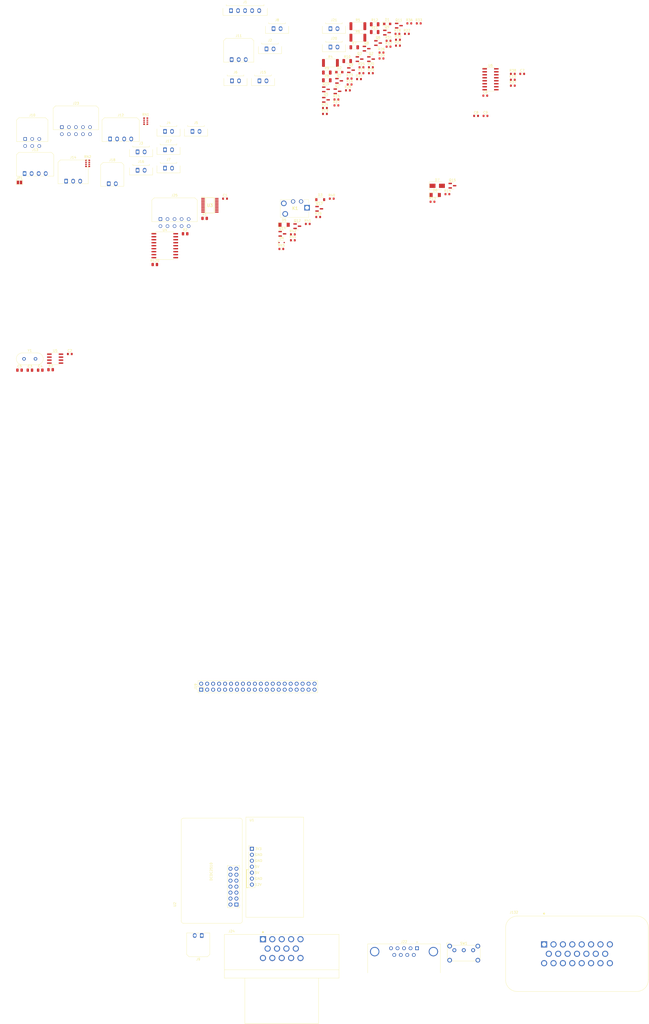
<source format=kicad_pcb>
(kicad_pcb (version 20211014) (generator pcbnew)
  (title_block (title "Handcart") (date "2021-11-11") (rev "v2") (company "E-Agle - TRT"))
  (layers (0 "F.Cu" signal) (31 "B.Cu" signal) (34 "B.Paste" user) (35 "F.Paste" user) (36 "B.SilkS" user "B.Silkscreen") (37 "F.SilkS" user "F.Silkscreen") (38 "B.Mask" user) (39 "F.Mask" user) (44 "Edge.Cuts" user))
  (net 0 "")
  (net 1 "GND")
  (net 2 "Net-(C1-Pad1)")
  (net 3 "Net-(C2-Pad1)")
  (net 4 "+3.3V")
  (net 5 "+5V")
  (net 6 "+3V3")
  (net 7 "Net-(C6-Pad1)")
  (net 8 "Net-(C6-Pad2)")
  (net 9 "Net-(C8-Pad2)")
  (net 10 "Net-(C8-Pad1)")
  (net 11 "Net-(C9-Pad1)")
  (net 12 "Net-(C10-Pad1)")
  (net 13 "+12V")
  (net 14 "/RESET_BUTTON")
  (net 15 "/BMS_LED")
  (net 16 "/IMD_LED")
  (net 17 "/TSAL")
  (net 18 "/SD_END")
  (net 19 "/SD_END_HV")
  (net 20 "/SD_TO_CHARGER")
  (net 21 "Net-(D1-Pad2)")
  (net 22 "+24V")
  (net 23 "/SD_FROM_MUSHROOM")
  (net 24 "/SD_BMS_OUT")
  (net 25 "Net-(D2-Pad2)")
  (net 26 "/SD_BMS_IN")
  (net 27 "Net-(D3-Pad2)")
  (net 28 "/DISCHARGE_P")
  (net 29 "/DISCHARGE_N")
  (net 30 "/CAN_P")
  (net 31 "/BUT_3")
  (net 32 "/BUT_2")
  (net 33 "/BUT_1")
  (net 34 "/BUT_0")
  (net 35 "/ROT_A")
  (net 36 "/ROT_B")
  (net 37 "/CAN_N")
  (net 38 "/TSAL_R")
  (net 39 "/TSAL_G")
  (net 40 "/TSAL_B")
  (net 41 "/STRIP1_R")
  (net 42 "/STRIP1_G")
  (net 43 "/STRIP1_B")
  (net 44 "/Raspberry/SDA")
  (net 45 "/BRUSA_TX")
  (net 46 "/Raspberry/SCL")
  (net 47 "/BRUSA_RX")
  (net 48 "/Raspberry/~{OE}")
  (net 49 "/PON")
  (net 50 "Net-(Q1-Pad3)")
  (net 51 "Net-(Q1-Pad1)")
  (net 52 "Net-(Q2-Pad3)")
  (net 53 "Net-(Q2-Pad1)")
  (net 54 "Net-(Q3-Pad1)")
  (net 55 "Net-(Q4-Pad3)")
  (net 56 "Net-(Q4-Pad1)")
  (net 57 "Net-(Q5-Pad1)")
  (net 58 "Net-(Q6-Pad1)")
  (net 59 "/RASP_PON_CONTROL")
  (net 60 "/RASP_SD_CONTROL")
  (net 61 "/RS_232/RASP_TX")
  (net 62 "/RS_232/RASP_RX")
  (net 63 "/Raspberry/NC_RASP_8")
  (net 64 "/Raspberry/RASP_MOSI")
  (net 65 "/Raspberry/RASP_MISO")
  (net 67 "/Raspberry/CAN_~{INT}")
  (net 68 "/Raspberry/RASP_CLK")
  (net 69 "/Raspberry/RASP_~{CS}")
  (net 70 "/Raspberry/NC_RASP_3")
  (net 71 "/Raspberry/NC_RASP_6")
  (net 72 "Net-(Q7-Pad1)")
  (net 73 "/RED_IMD_FAULT")
  (net 74 "/RED_BMS_FAULT")
  (net 75 "/GREEN_TS_OFF")
  (net 76 "/Raspberry/NC_RASP_7")
  (net 77 "/BUT_4")
  (net 78 "/Raspberry/NC_RASP_1")
  (net 79 "Net-(Q3-Pad3)")
  (net 80 "/Raspberry/NC_RASP_2")
  (net 81 "/Raspberry/NC_RASP_4")
  (net 82 "/Raspberry/NC_RASP_5")
  (net 83 "/RASP_PON_CHARGER")
  (net 85 "/RS_232/PC_TX")
  (net 91 "Net-(Q5-Pad3)")
  (net 92 "Net-(Q7-Pad3)")
  (net 94 "Net-(Q8-Pad1)")
  (net 95 "Net-(Q8-Pad3)")
  (net 96 "Net-(Q9-Pad1)")
  (net 97 "Net-(Q10-Pad1)")
  (net 98 "Net-(Q10-Pad3)")
  (net 99 "Net-(Q11-Pad1)")
  (net 100 "Net-(Q11-Pad3)")
  (net 101 "Net-(Q12-Pad1)")
  (net 102 "Net-(Q12-Pad3)")
  (net 103 "Net-(Q13-Pad1)")
  (net 104 "Net-(Q14-Pad1)")
  (net 105 "Net-(Q15-Pad1)")
  (net 106 "/NC_BMS_1")
  (net 108 "/Output/RASPY_TSAL_R")
  (net 109 "/Output/RASPY_FAN_PWM")
  (net 110 "/Output/RASPY_TSAL_G")
  (net 111 "/Output/ADD_FAN_PWM")
  (net 112 "/Output/RASPY_TSAL_B")
  (net 113 "/Output/RASPY_STRIP1_R")
  (net 114 "/Output/RASPY_STRIP1_G")
  (net 115 "/Output/RASPY_STRIP1_B")
  (net 116 "Net-(R38-Pad2)")
  (net 117 "/RS_232/RASP_TX_RS232")
  (net 118 "/NC_BMS_2")
  (net 119 "/NC_BMS_3")
  (net 120 "/NC_BMS_4")
  (net 121 "/NC_BMS_5")
  (net 122 "/NC_BMS_6")
  (net 123 "/NC_BMS_7")
  (net 124 "/NC_BMS_8")
  (net 125 "/NC_BMS_9")
  (net 126 "Net-(U4-Pad1)")
  (net 127 "Net-(U4-Pad2)")
  (net 137 "/NC_CRG_1")
  (net 138 "/NC_CRG_2")
  (net 139 "/NC_CRG_3")
  (footprint "Resistor_SMD:R_0603_1608Metric" (layer "F.Cu") (at 129.27 -117.03)
    (fp_text reference "C1" (at 0 -1.43) (layer "F.SilkS"))
    (fp_text value "18pF")
    (pad "1" smd roundrect (at -0.825 0) (size 0.8 0.95) (layers "F.Cu" "F.Paste" "F.Mask") (net 2 "Net-(C1-Pad1)"))
    (pad "2" smd roundrect (at 0.825 0) (size 0.8 0.95) (layers "F.Cu" "F.Paste" "F.Mask") (net 1 "GND"))
  )
  (footprint "Package_TO_SOT_SMD:SOT-23" (layer "F.Cu") (at 172.24 -159.08)
    (fp_text reference "Q5" (at 0 -2.4) (layer "F.SilkS"))
    (fp_text value "2N7002NXAK")
    (pad "1" smd roundrect (at -0.9375 -0.95) (size 1.475 0.6) (layers "F.Cu" "F.Paste" "F.Mask") (net 57 "Net-(Q5-Pad1)"))
    (pad "2" smd roundrect (at -0.9375 0.95) (size 1.475 0.6) (layers "F.Cu" "F.Paste" "F.Mask") (net 1 "GND"))
    (pad "3" smd roundrect (at 0.9375 0) (size 1.475 0.6) (layers "F.Cu" "F.Paste" "F.Mask") (net 91 "Net-(Q5-Pad3)"))
  )
  (footprint "Resistor_SMD:R_0805_2012Metric" (layer "F.Cu") (at 120.57 -108.64)
    (fp_text reference "R1" (at 0 -1.65) (layer "F.SilkS"))
    (fp_text value "10k")
    (pad "1" smd roundrect (at -0.9125 0) (size 1.025 1.4) (layers "F.Cu" "F.Paste" "F.Mask") (roundrect_rratio 0.243902) (net 6 "+3V3"))
    (pad "2" smd roundrect (at 0.9125 0) (size 1.025 1.4) (layers "F.Cu" "F.Paste" "F.Mask") (roundrect_rratio 0.243902) (net 44 "/Raspberry/SDA"))
  )
  (footprint "Resistor_SMD:R_0603_1608Metric" (layer "F.Cu") (at 168.94 -109.23)
    (fp_text reference "R39" (at 0 -1.43) (layer "F.SilkS"))
    (fp_text value "22")
    (pad "1" smd roundrect (at -0.825 0) (size 0.8 0.95) (layers "F.Cu" "F.Paste" "F.Mask") (net 101 "Net-(Q12-Pad1)"))
    (pad "2" smd roundrect (at 0.825 0) (size 0.8 0.95) (layers "F.Cu" "F.Paste" "F.Mask") (net 60 "/RASP_SD_CONTROL"))
  )
  (footprint "Resistor_SMD:R_0603_1608Metric" (layer "F.Cu") (at 176.69 -156.72)
    (fp_text reference "R27" (at 0 -1.43) (layer "F.SilkS"))
    (fp_text value "22")
    (pad "1" smd roundrect (at -0.825 0) (size 0.8 0.95) (layers "F.Cu" "F.Paste" "F.Mask") (net 94 "Net-(Q8-Pad1)"))
    (pad "2" smd roundrect (at 0.825 0) (size 0.8 0.95) (layers "F.Cu" "F.Paste" "F.Mask") (net 113 "/Output/RASPY_STRIP1_R"))
  )
  (footprint "Resistor_SMD:R_0603_1608Metric" (layer "F.Cu") (at 63.16 -50.93)
    (fp_text reference "C2" (at 0 -1.43) (layer "F.SilkS"))
    (fp_text value "18pF")
    (pad "1" smd roundrect (at -0.825 0) (size 0.8 0.95) (layers "F.Cu" "F.Paste" "F.Mask") (net 3 "Net-(C2-Pad1)"))
    (pad "2" smd roundrect (at 0.825 0) (size 0.8 0.95) (layers "F.Cu" "F.Paste" "F.Mask") (net 1 "GND"))
  )
  (footprint "Resistor_SMD:R_0603_1608Metric" (layer "F.Cu") (at 198.88 -184.21)
    (fp_text reference "R31" (at 0 -1.43) (layer "F.SilkS"))
    (fp_text value "22")
    (pad "1" smd roundrect (at -0.825 0) (size 0.8 0.95) (layers "F.Cu" "F.Paste" "F.Mask") (net 99 "Net-(Q11-Pad1)"))
    (pad "2" smd roundrect (at 0.825 0) (size 0.8 0.95) (layers "F.Cu" "F.Paste" "F.Mask") (net 115 "/Output/RASPY_STRIP1_B"))
  )
  (footprint "Connector_Molex:Molex_Micro-Fit_3.0_43650-0215_1x02_P3.00mm_Vertical" (layer "F.Cu") (at 132.22 -167.16)
    (fp_text reference "J6" (at 1.5 -3.67) (layer "F.SilkS"))
    (fp_text value "Conn_01x02")
    (pad "" np_thru_hole circle (at -3 -1.96) (size 1.27 1.27) (drill 1.27) (layers *.Cu *.Mask))
    (pad "" np_thru_hole circle (at 6 -1.96) (size 1.27 1.27) (drill 1.27) (layers *.Cu *.Mask))
    (pad "1" thru_hole roundrect (at 0 0) (size 1.5 2.02) (drill 1.02) (layers *.Cu *.Mask) (roundrect_rratio 0.166667) (net 14 "/RESET_BUTTON"))
    (pad "2" thru_hole oval (at 3 0) (size 1.5 2.02) (drill 1.02) (layers *.Cu *.Mask) (net 1 "GND"))
  )
  (footprint "Resistor_SMD:R_0603_1608Metric" (layer "F.Cu") (at 191.36 -172.93)
    (fp_text reference "R20" (at 0 -1.43) (layer "F.SilkS"))
    (fp_text value "330k")
    (pad "1" smd roundrect (at -0.825 0) (size 0.8 0.95) (layers "F.Cu" "F.Paste" "F.Mask") (net 54 "Net-(Q3-Pad1)"))
    (pad "2" smd roundrect (at 0.825 0) (size 0.8 0.95) (layers "F.Cu" "F.Paste" "F.Mask") (net 1 "GND"))
  )
  (footprint "Resistor_SMD:R_0805_2012Metric" (layer "F.Cu") (at 54.99 -44.26)
    (fp_text reference "R3" (at 0 -1.65) (layer "F.SilkS"))
    (fp_text value "10k")
    (pad "1" smd roundrect (at -0.9125 0) (size 1.025 1.4) (layers "F.Cu" "F.Paste" "F.Mask") (roundrect_rratio 0.243902) (net 6 "+3V3"))
    (pad "2" smd roundrect (at 0.9125 0) (size 1.025 1.4) (layers "F.Cu" "F.Paste" "F.Mask") (roundrect_rratio 0.243902) (net 48 "/Raspberry/~{OE}"))
  )
  (footprint "Resistor_SMD:R_0603_1608Metric" (layer "F.Cu") (at 207.73 -191.61)
    (fp_text reference "R36" (at 0 -1.43) (layer "F.SilkS"))
    (fp_text value "330k")
    (pad "1" smd roundrect (at -0.825 0) (size 0.8 0.95) (layers "F.Cu" "F.Paste" "F.Mask") (net 96 "Net-(Q9-Pad1)"))
    (pad "2" smd roundrect (at 0.825 0) (size 0.8 0.95) (layers "F.Cu" "F.Paste" "F.Mask") (net 1 "GND"))
  )
  (footprint "Resistor_SMD:R_0805_2012Metric" (layer "F.Cu") (at 112.27 -102.09)
    (fp_text reference "R2" (at 0 -1.65) (layer "F.SilkS"))
    (fp_text value "10k")
    (pad "1" smd roundrect (at -0.9125 0) (size 1.025 1.4) (layers "F.Cu" "F.Paste" "F.Mask") (roundrect_rratio 0.243902) (net 6 "+3V3"))
    (pad "2" smd roundrect (at 0.9125 0) (size 1.025 1.4) (layers "F.Cu" "F.Paste" "F.Mask") (roundrect_rratio 0.243902) (net 46 "/Raspberry/SCL"))
  )
  (footprint "Diode_SMD:D_MiniMELF" (layer "F.Cu") (at 154.41 -105.91)
    (fp_text reference "D5" (at 0 -2) (layer "F.SilkS"))
    (fp_text value "RGL34B")
    (pad "1" smd rect (at -1.75 0) (size 1.3 1.7) (layers "F.Cu" "F.Paste" "F.Mask") (net 19 "/SD_END_HV"))
    (pad "2" smd rect (at 1.75 0) (size 1.3 1.7) (layers "F.Cu" "F.Paste" "F.Mask") (net 18 "/SD_END"))
  )
  (footprint "Crystal:Crystal_HC49-4H_Vertical" (layer "F.Cu") (at 43.68 -48.86)
    (fp_text reference "Y1" (at 2.44 -3.525) (layer "F.SilkS"))
    (fp_text value "16MHz")
    (pad "1" thru_hole circle (at 0 0) (size 1.5 1.5) (drill 0.8) (layers *.Cu *.Mask) (net 2 "Net-(C1-Pad1)"))
    (pad "2" thru_hole circle (at 4.88 0) (size 1.5 1.5) (drill 0.8) (layers *.Cu *.Mask) (net 3 "Net-(C2-Pad1)"))
  )
  (footprint "Resistor_SMD:R_0603_1608Metric" (layer "F.Cu") (at 174.69 -117.03)
    (fp_text reference "R40" (at 0 -1.43) (layer "F.SilkS"))
    (fp_text value "330k")
    (pad "1" smd roundrect (at -0.825 0) (size 0.8 0.95) (layers "F.Cu" "F.Paste" "F.Mask") (net 101 "Net-(Q12-Pad1)"))
    (pad "2" smd roundrect (at 0.825 0) (size 0.8 0.95) (layers "F.Cu" "F.Paste" "F.Mask") (net 1 "GND"))
  )
  (footprint "Resistor_SMD:R_0603_1608Metric" (layer "F.Cu") (at 202.89 -184.65)
    (fp_text reference "R30" (at 0 -1.43) (layer "F.SilkS"))
    (fp_text value "330k")
    (pad "1" smd roundrect (at -0.825 0) (size 0.8 0.95) (layers "F.Cu" "F.Paste" "F.Mask") (net 97 "Net-(Q10-Pad1)"))
    (pad "2" smd roundrect (at 0.825 0) (size 0.8 0.95) (layers "F.Cu" "F.Paste" "F.Mask") (net 1 "GND"))
  )
  (footprint "Package_SO:SOIC-16_3.9x9.9mm_P1.27mm" (layer "F.Cu") (at 242.3 -167.83)
    (fp_text reference "U6" (at 0 -5.9) (layer "F.SilkS"))
    (fp_text value "MAX3232CDR")
    (pad "1" smd roundrect (at -2.475 -4.445) (size 1.95 0.6) (layers "F.Cu" "F.Paste" "F.Mask") (net 7 "Net-(C6-Pad1)"))
    (pad "2" smd roundrect (at -2.475 -3.175) (size 1.95 0.6) (layers "F.Cu" "F.Paste" "F.Mask") (net 12 "Net-(C10-Pad1)"))
    (pad "3" smd roundrect (at -2.475 -1.905) (size 1.95 0.6) (layers "F.Cu" "F.Paste" "F.Mask") (net 8 "Net-(C6-Pad2)"))
    (pad "4" smd roundrect (at -2.475 -0.635) (size 1.95 0.6) (layers "F.Cu" "F.Paste" "F.Mask") (net 10 "Net-(C8-Pad1)"))
    (pad "5" smd roundrect (at -2.475 0.635) (size 1.95 0.6) (layers "F.Cu" "F.Paste" "F.Mask") (net 9 "Net-(C8-Pad2)"))
    (pad "6" smd roundrect (at -2.475 1.905) (size 1.95 0.6) (layers "F.Cu" "F.Paste" "F.Mask") (net 11 "Net-(C9-Pad1)"))
    (pad "7" smd roundrect (at -2.475 3.175) (size 1.95 0.6) (layers "F.Cu" "F.Paste" "F.Mask") (net 117 "/RS_232/RASP_TX_RS232"))
    (pad "8" smd roundrect (at -2.475 4.445) (size 1.95 0.6) (layers "F.Cu" "F.Paste" "F.Mask") (net 45 "/BRUSA_TX"))
    (pad "9" smd roundrect (at 2.475 4.445) (size 1.95 0.6) (layers "F.Cu" "F.Paste" "F.Mask") (net 62 "/RS_232/RASP_RX"))
    (pad "10" smd roundrect (at 2.475 3.175) (size 1.95 0.6) (layers "F.Cu" "F.Paste" "F.Mask") (net 61 "/RS_232/RASP_TX"))
    (pad "11" smd roundrect (at 2.475 1.905) (size 1.95 0.6) (layers "F.Cu" "F.Paste" "F.Mask") (net 116 "Net-(R38-Pad2)"))
    (pad "12" smd roundrect (at 2.475 0.635) (size 1.95 0.6) (layers "F.Cu" "F.Paste" "F.Mask"))
    (pad "13" smd roundrect (at 2.475 -0.635) (size 1.95 0.6) (layers "F.Cu" "F.Paste" "F.Mask"))
    (pad "14" smd roundrect (at 2.475 -1.905) (size 1.95 0.6) (layers "F.Cu" "F.Paste" "F.Mask"))
    (pad "15" smd roundrect (at 2.475 -3.175) (size 1.95 0.6) (layers "F.Cu" "F.Paste" "F.Mask") (net 1 "GND"))
    (pad "16" smd roundrect (at 2.475 -4.445) (size 1.95 0.6) (layers "F.Cu" "F.Paste" "F.Mask") (net 4 "+3.3V"))
  )
  (footprint "Resistor_SMD:R_0603_1608Metric" (layer "F.Cu") (at 176.69 -159.23)
    (fp_text reference "R15" (at 0 -1.43) (layer "F.SilkS"))
    (fp_text value "22")
    (pad "1" smd roundrect (at -0.825 0) (size 0.8 0.95) (layers "F.Cu" "F.Paste" "F.Mask") (net 17 "/TSAL"))
    (pad "2" smd roundrect (at 0.825 0) (size 0.8 0.95) (layers "F.Cu" "F.Paste" "F.Mask") (net 51 "Net-(Q1-Pad1)"))
  )
  (footprint "Diode_SMD:D_SOD-123" (layer "F.Cu") (at 169.81 -116.61)
    (fp_text reference "D3" (at 0 -2) (layer "F.SilkS"))
    (fp_text value "1N4148W")
    (pad "1" smd rect (at -1.65 0) (size 0.9 1.2) (layers "F.Cu" "F.Paste" "F.Mask") (net 13 "+12V"))
    (pad "2" smd rect (at 1.65 0) (size 0.9 1.2) (layers "F.Cu" "F.Paste" "F.Mask") (net 27 "Net-(D3-Pad2)"))
  )
  (footprint "Diode_SMD:D_SOD-323F" (layer "F.Cu") (at 153.36 -98.36)
    (fp_text reference "D4" (at 0 -1.85) (layer "F.SilkS"))
    (fp_text value "DDZ13ASF 13V")
    (pad "1" smd rect (at -1.1 0) (size 0.5 0.5) (layers "F.Cu" "F.Paste" "F.Mask") (net 18 "/SD_END"))
    (pad "2" smd rect (at 1.1 0) (size 0.5 0.5) (layers "F.Cu" "F.Paste" "F.Mask") (net 1 "GND"))
  )
  (footprint "Connector_Molex:Molex_Micro-Fit_3.0_43650-0215_1x02_P3.00mm_Vertical" (layer "F.Cu") (at 92.01 -136.93)
    (fp_text reference "J3" (at 1.5 -3.67) (layer "F.SilkS"))
    (fp_text value "Conn_01x02")
    (pad "" np_thru_hole circle (at -3 -1.96) (size 1.27 1.27) (drill 1.27) (layers *.Cu *.Mask))
    (pad "" np_thru_hole circle (at 6 -1.96) (size 1.27 1.27) (drill 1.27) (layers *.Cu *.Mask))
    (pad "1" thru_hole roundrect (at 0 0) (size 1.5 2.02) (drill 1.02) (layers *.Cu *.Mask) (roundrect_rratio 0.166667) (net 32 "/BUT_2"))
    (pad "2" thru_hole oval (at 3 0) (size 1.5 2.02) (drill 1.02) (layers *.Cu *.Mask) (net 1 "GND"))
  )
  (footprint "Package_SO:SOIC-18W_7.5x11.6mm_P1.27mm" (layer "F.Cu") (at 103.61 -97.02)
    (fp_text reference "U4" (at 0 -6.72) (layer "F.SilkS"))
    (fp_text value "MCP2515-xSO")
    (pad "1" smd roundrect (at -4.65 -5.08) (size 2.05 0.6) (layers "F.Cu" "F.Paste" "F.Mask") (net 126 "Net-(U4-Pad1)"))
    (pad "2" smd roundrect (at -4.65 -3.81) (size 2.05 0.6) (layers "F.Cu" "F.Paste" "F.Mask") (net 127 "Net-(U4-Pad2)"))
    (pad "3" smd roundrect (at -4.65 -2.54) (size 2.05 0.6) (layers "F.Cu" "F.Paste" "F.Mask"))
    (pad "4" smd roundrect (at -4.65 -1.27) (size 2.05 0.6) (layers "F.Cu" "F.Paste" "F.Mask"))
    (pad "5" smd roundrect (at -4.65 0) (size 2.05 0.6) (layers "F.Cu" "F.Paste" "F.Mask"))
    (pad "6" smd roundrect (at -4.65 1.27) (size 2.05 0.6) (layers "F.Cu" "F.Paste" "F.Mask"))
    (pad "7" smd roundrect (at -4.65 2.54) (size 2.05 0.6) (layers "F.Cu" "F.Paste" "F.Mask") (net 2 "Net-(C1-Pad1)"))
    (pad "8" smd roundrect (at -4.65 3.81) (size 2.05 0.6) (layers "F.Cu" "F.Paste" "F.Mask") (net 3 "Net-(C2-Pad1)"))
    (pad "9" smd roundrect (at -4.65 5.08) (size 2.05 0.6) (layers "F.Cu" "F.Paste" "F.Mask") (net 1 "GND"))
    (pad "10" smd roundrect (at 4.65 5.08) (size 2.05 0.6) (layers "F.Cu" "F.Paste" "F.Mask"))
    (pad "11" smd roundrect (at 4.65 3.81) (size 2.05 0.6) (layers "F.Cu" "F.Paste" "F.Mask"))
    (pad "12" smd roundrect (at 4.65 2.54) (size 2.05 0.6) (layers "F.Cu" "F.Paste" "F.Mask") (net 67 "/Raspberry/CAN_~{INT}"))
    (pad "13" smd roundrect (at 4.65 1.27) (size 2.05 0.6) (layers "F.Cu" "F.Paste" "F.Mask") (net 68 "/Raspberry/RASP_CLK"))
    (pad "14" smd roundrect (at 4.65 0) (size 2.05 0.6) (layers "F.Cu" "F.Paste" "F.Mask") (net 64 "/Raspberry/RASP_MOSI"))
    (pad "15" smd roundrect (at 4.65 -1.27) (size 2.05 0.6) (layers "F.Cu" "F.Paste" "F.Mask") (net 65 "/Raspberry/RASP_MISO"))
    (pad "16" smd roundrect (at 4.65 -2.54) (size 2.05 0.6) (layers "F.Cu" "F.Paste" "F.Mask") (net 69 "/Raspberry/RASP_~{CS}"))
    (pad "17" smd roundrect (at 4.65 -3.81) (size 2.05 0.6) (layers "F.Cu" "F.Paste" "F.Mask"))
    (pad "18" smd roundrect (at 4.65 -5.08) (size 2.05 0.6) (layers "F.Cu" "F.Paste" "F.Mask") (net 6 "+3V3"))
  )
  (footprint "Resistor_SMD:R_0603_1608Metric" (layer "F.Cu") (at 223.95 -118.96)
    (fp_text reference "R14" (at 0 -1.43) (layer "F.SilkS"))
    (fp_text value "10k")
    (pad "1" smd roundrect (at -0.825 0) (size 0.8 0.95) (layers "F.Cu" "F.Paste" "F.Mask") (net 105 "Net-(Q15-Pad1)"))
    (pad "2" smd roundrect (at 0.825 0) (size 0.8 0.95) (layers "F.Cu" "F.Paste" "F.Mask") (net 1 "GND"))
  )
  (footprint "Resistor_SMD:R_0603_1608Metric" (layer "F.Cu") (at 191.36 -170.42)
    (fp_text reference "R29" (at 0 -1.43) (layer "F.SilkS"))
    (fp_text value "22")
    (pad "1" smd roundrect (at -0.825 0) (size 0.8 0.95) (layers "F.Cu" "F.Paste" "F.Mask") (net 97 "Net-(Q10-Pad1)"))
    (pad "2" smd roundrect (at 0.825 0) (size 0.8 0.95) (layers "F.Cu" "F.Paste" "F.Mask") (net 114 "/Output/RASPY_STRIP1_G"))
  )
  (footprint "Resistor_SMD:R_0603_1608Metric" (layer "F.Cu") (at 171.8 -153.09)
    (fp_text reference "R19" (at 0 -1.43) (layer "F.SilkS"))
    (fp_text value "330k")
    (pad "1" smd roundrect (at -0.825 0) (size 0.8 0.95) (layers "F.Cu" "F.Paste" "F.Mask") (net 53 "Net-(Q2-Pad1)"))
    (pad "2" smd roundrect (at 0.825 0) (size 0.8 0.95) (layers "F.Cu" "F.Paste" "F.Mask") (net 1 "GND"))
  )
  (footprint "00_proj-lib:TE_776266-4" (layer "F.Cu") (at 153.4 202.0775)
    (fp_text reference "J24" (at -21.349725 -7.393555) (layer "F.SilkS") (effects (font (size 1.001157 1.001157))))
    (fp_text value "TE_AmpSeal_14_776273-1")
    (pad "" np_thru_hole circle locked (at -14.5 0.5) (size 2.85 2.85) (drill 2.85) (layers *.Cu *.Mask))
    (pad "" np_thru_hole circle locked (at 14.5 0.5) (size 2.85 2.85) (drill 2.85) (layers *.Cu *.Mask))
    (pad "1" thru_hole rect locked (at -8 -4) (size 2.625 2.625) (drill 1.75) (layers *.Cu *.Mask) (net 30 "/CAN_P"))
    (pad "2" thru_hole circle locked (at -4 -4) (size 2.625 2.625) (drill 1.75) (layers *.Cu *.Mask) (net 37 "/CAN_N"))
    (pad "3" thru_hole circle locked (at 0 -4) (size 2.625 2.625) (drill 1.75) (layers *.Cu *.Mask) (net 45 "/BRUSA_TX"))
    (pad "4" thru_hole circle locked (at 4 -4) (size 2.625 2.625) (drill 1.75) (layers *.Cu *.Mask) (net 47 "/BRUSA_RX"))
    (pad "5" thru_hole circle locked (at 8 -4) (size 2.625 2.625) (drill 1.75) (layers *.Cu *.Mask) (net 49 "/PON"))
    (pad "6" thru_hole circle locked (at -6 0) (size 2.625 2.625) (drill 1.75) (layers *.Cu *.Mask) (net 20 "/SD_TO_CHARGER"))
    (pad "7" thru_hole circle locked (at -2 0) (size 2.625 2.625) (drill 1.75) (layers *.Cu *.Mask) (net 26 "/SD_BMS_IN"))
    (pad "8" thru_hole circle locked (at 2 0) (size 2.625 2.625) (drill 1.75) (layers *.Cu *.Mask) (net 137 "/NC_CRG_1"))
    (pad "9" thru_hole circle locked (at 6 0) (size 2.625 2.625) (drill 1.75) (layers *.Cu *.Mask) (net 138 "/NC_CRG_2"))
    (pad "10" thru_hole circle locked (at -8 4) (size 2.625 2.625) (drill 1.75) (layers *.Cu *.Mask) (net 139 "/NC_CRG_3"))
    (pad "11" thru_hole circle locked (at -4 4) (size 2.625 2.625) (drill 1.75) (layers *.Cu *.Mask) (net 22 "+24V"))
    (pad "12" thru_hole circle locked (at 0 4) (size 2.625 2.625) (drill 1.75) (layers *.Cu *.Mask) (net 1 "GND"))
    (pad "13" thru_hole circle locked (at 4 4) (size 2.625 2.625) (drill 1.75) (layers *.Cu *.Mask) (net 13 "+12V"))
    (pad "14" thru_hole circle locked (at 8 4) (size 2.625 2.625) (drill 1.75) (layers *.Cu *.Mask) (net 1 "GND"))
  )
  (footprint "Connector_Molex:Molex_Micro-Fit_3.0_43650-0400_1x04_P3.00mm_Horizontal" (layer "F.Cu") (at 43.9 -127.71)
    (fp_text reference "J13" (at 4.5 -10.12) (layer "F.SilkS"))
    (fp_text value "Conn_01x04")
    (pad "" np_thru_hole circle (at 2.15 -4.32) (size 3 3) (drill 3) (layers *.Cu *.Mask))
    (pad "" np_thru_hole circle (at 6.85 -4.32) (size 3 3) (drill 3) (layers *.Cu *.Mask))
    (pad "1" thru_hole roundrect (at 0 0) (size 1.5 2.02) (drill 1.02) (layers *.Cu *.Mask) (roundrect_rratio 0.166667) (net 13 "+12V"))
    (pad "2" thru_hole oval (at 3 0) (size 1.5 2.02) (drill 1.02) (layers *.Cu *.Mask) (net 41 "/STRIP1_R"))
    (pad "3" thru_hole oval (at 6 0) (size 1.5 2.02) (drill 1.02) (layers *.Cu *.Mask) (net 42 "/STRIP1_G"))
    (pad "4" thru_hole oval (at 9 0) (size 1.5 2.02) (drill 1.02) (layers *.Cu *.Mask) (net 43 "/STRIP1_B"))
  )
  (footprint "Package_TO_SOT_SMD:SOT-23" (layer "F.Cu") (at 169.38 -112.71)
    (fp_text reference "Q13" (at 0 -2.4) (layer "F.SilkS"))
    (fp_text value "NTR5105PT1G")
    (pad "1" smd roundrect (at -0.9375 -0.95) (size 1.475 0.6) (layers "F.Cu" "F.Paste" "F.Mask") (net 103 "Net-(Q13-Pad1)"))
    (pad "2" smd roundrect (at -0.9375 0.95) (size 1.475 0.6) (layers "F.Cu" "F.Paste" "F.Mask") (net 18 "/SD_END"))
    (pad "3" smd roundrect (at 0.9375 0) (size 1.475 0.6) (layers "F.Cu" "F.Paste" "F.Mask") (net 49 "/PON"))
  )
  (footprint "Resistor_SMD:R_1206_3216Metric" (layer "F.Cu") (at 192.98 -187.93)
    (fp_text reference "R11" (at 0 -1.82) (layer "F.SilkS"))
    (fp_text value "R")
    (pad "1" smd roundrect (at -1.4625 0) (size 1.125 1.75) (layers "F.Cu" "F.Paste" "F.Mask") (roundrect_rratio 0.222222) (net 98 "Net-(Q10-Pad3)"))
    (pad "2" smd roundrect (at 1.4625 0) (size 1.125 1.75) (layers "F.Cu" "F.Paste" "F.Mask") (roundrect_rratio 0.222222) (net 42 "/STRIP1_G"))
  )
  (footprint "Eagle_Connectors:TE_1-776228-4" (layer "F.Cu") (at 279.13 204.28)
    (fp_text reference "J132" (at -26.85505 -17.65471) (layer "F.SilkS") (effects (font (size 1.001118 1.001118))))
    (fp_text value "TE_Ampseal_23")
    (pad "" np_thru_hole circle locked (at 25.2 7.3) (size 2 2) (drill 2) (layers *.Cu *.Mask))
    (pad "" np_thru_hole circle locked (at 23.7 -10.8) (size 2 2) (drill 2) (layers *.Cu *.Mask))
    (pad "" np_thru_hole circle locked (at -25.2 7.3) (size 2 2) (drill 2) (layers *.Cu *.Mask))
    (pad "" np_thru_hole circle locked (at -23.7 -10.8) (size 2 2) (drill 2) (layers *.Cu *.Mask))
    (pad "1" thru_hole rect locked (at -14 -4) (size 2.625 2.625) (drill 1.75) (layers *.Cu *.Mask) (net 13 "+12V"))
    (pad "2" thru_hole circle locked (at -10 -4) (size 2.625 2.625) (drill 1.75) (layers *.Cu *.Mask) (net 22 "+24V"))
    (pad "3" thru_hole circle locked (at -6 -4) (size 2.625 2.625) (drill 1.75) (layers *.Cu *.Mask) (net 1 "GND"))
    (pad "4" thru_hole circle locked (at -2 -4) (size 2.625 2.625) (drill 1.75) (layers *.Cu *.Mask) (net 1 "GND"))
    (pad "5" thru_hole circle locked (at 2 -4) (size 2.625 2.625) (drill 1.75) (layers *.Cu *.Mask) (net 30 "/CAN_P"))
    (pad "6" thru_hole circle locked (at 6 -4) (size 2.625 2.625) (drill 1.75) (layers *.Cu *.Mask) (net 37 "/CAN_N"))
    (pad "7" thru_hole circle locked (at 10 -4) (size 2.625 2.625) (drill 1.75) (layers *.Cu *.Mask) (net 106 "/NC_BMS_1"))
    (pad "8" thru_hole circle locked (at 14 -4) (size 2.625 2.625) (drill 1.75) (layers *.Cu *.Mask) (net 118 "/NC_BMS_2"))
    (pad "9" thru_hole circle locked (at -12 0) (size 2.625 2.625) (drill 1.75) (layers *.Cu *.Mask) (net 119 "/NC_BMS_3"))
    (pad "10" thru_hole circle locked (at -8 0) (size 2.625 2.625) (drill 1.75) (layers *.Cu *.Mask) (net 120 "/NC_BMS_4"))
    (pad "11" thru_hole circle locked (at -4 0) (size 2.625 2.625) (drill 1.75) (layers *.Cu *.Mask) (net 17 "/TSAL"))
    (pad "12" thru_hole circle locked (at 0 0) (size 2.625 2.625) (drill 1.75) (layers *.Cu *.Mask) (net 16 "/IMD_LED"))
    (pad "13" thru_hole circle locked (at 4 0) (size 2.625 2.625) (drill 1.75) (layers *.Cu *.Mask) (net 15 "/BMS_LED"))
    (pad "14" thru_hole circle locked (at 8 0) (size 2.625 2.625) (drill 1.75) (layers *.Cu *.Mask) (net 121 "/NC_BMS_5"))
    (pad "15" thru_hole circle locked (at 12 0) (size 2.625 2.625) (drill 1.75) (layers *.Cu *.Mask) (net 1 "GND"))
    (pad "16" thru_hole circle locked (at -14 4) (size 2.625 2.625) (drill 1.75) (layers *.Cu *.Mask) (net 26 "/SD_BMS_IN"))
    (pad "17" thru_hole circle locked (at -10 4) (size 2.625 2.625) (drill 1.75) (layers *.Cu *.Mask) (net 24 "/SD_BMS_OUT"))
    (pad "18" thru_hole circle locked (at -6 4) (size 2.625 2.625) (drill 1.75) (layers *.Cu *.Mask) (net 19 "/SD_END_HV"))
    (pad "19" thru_hole circle locked (at -2 4) (size 2.625 2.625) (drill 1.75) (layers *.Cu *.Mask) (net 14 "/RESET_BUTTON"))
    (pad "20" thru_hole circle locked (at 2 4) (size 2.625 2.625) (drill 1.75) (layers *.Cu *.Mask) (net 122 "/NC_BMS_6"))
    (pad "21" thru_hole circle locked (at 6 4) (size 2.625 2.625) (drill 1.75) (layers *.Cu *.Mask) (net 123 "/NC_BMS_7"))
    (pad "22" thru_hole circle locked (at 10 4) (size 2.625 2.625) (drill 1.75) (layers *.Cu *.Mask) (net 124 "/NC_BMS_8"))
    (pad "23" thru_hole circle locked (at 14 4) (size 2.625 2.625) (drill 1.75) (layers *.Cu *.Mask) (net 125 "/NC_BMS_9"))
  )
  (footprint "Package_TO_SOT_SMD:SOT-23" (layer "F.Cu") (at 177.13 -162.71)
    (fp_text reference "Q7" (at 0 -2.4) (layer "F.SilkS"))
    (fp_text value "2N7002NXAK")
    (pad "1" smd roundrect (at -0.9375 -0.95) (size 1.475 0.6) (layers "F.Cu" "F.Paste" "F.Mask") (net 72 "Net-(Q7-Pad1)"))
    (pad "2" smd roundrect (at -0.9375 0.95) (size 1.475 0.6) (layers "F.Cu" "F.Paste" "F.Mask") (net 1 "GND"))
    (pad "3" smd roundrect (at 0.9375 0) (size 1.475 0.6) (layers "F.Cu" "F.Paste" "F.Mask") (net 92 "Net-(Q7-Pad3)"))
  )
  (footprint "Package_TO_SOT_SMD:SOT-23" (layer "F.Cu") (at 186.54 -176.41)
    (fp_text reference "Q3" (at 0 -2.4) (layer "F.SilkS"))
    (fp_text value "NTR5105PT1G")
    (pad "1" smd roundrect (at -0.9375 -0.95) (size 1.475 0.6) (layers "F.Cu" "F.Paste" "F.Mask") (net 54 "Net-(Q3-Pad1)"))
    (pad "2" smd roundrect (at -0.9375 0.95) (size 1.475 0.6) (layers "F.Cu" "F.Paste" "F.Mask") (net 5 "+5V"))
    (pad "3" smd roundrect (at 0.9375 0) (size 1.475 0.6) (layers "F.Cu" "F.Paste" "F.Mask") (net 79 "Net-(Q3-Pad3)"))
  )
  (footprint "Jumper:SolderJumper-2_P1.3mm_Open_Pad1.0x1.5mm" (layer "F.Cu") (at 41.73 -123.93)
    (fp_text reference "JP1" (at 0 -1.8) (layer "F.SilkS"))
    (fp_text value "SolderJumper_2_Open")
    (pad "1" smd rect (at -0.65 0) (size 1 1.5) (layers "F.Cu" "F.Mask") (net 23 "/SD_FROM_MUSHROOM"))
    (pad "2" smd rect (at 0.65 0) (size 1 1.5) (layers "F.Cu" "F.Mask") (net 20 "/SD_TO_CHARGER"))
  )
  (footprint "Package_TO_SOT_SMD:SOT-23" (layer "F.Cu") (at 182.9 -171.71)
    (fp_text reference "Q9" (at 0 -2.4) (layer "F.SilkS"))
    (fp_text value "2N7002NXAK")
    (pad "1" smd roundrect (at -0.9375 -0.95) (size 1.475 0.6) (layers "F.Cu" "F.Paste" "F.Mask") (net 96 "Net-(Q9-Pad1)"))
    (pad "2" smd roundrect (at -0.9375 0.95) (size 1.475 0.6) (layers "F.Cu" "F.Paste" "F.Mask") (net 1 "GND"))
    (pad "3" smd roundrect (at 0.9375 0) (size 1.475 0.6) (layers "F.Cu" "F.Paste" "F.Mask") (net 25 "Net-(D2-Pad2)"))
  )
  (footprint "Resistor_SMD:R_0805_2012Metric" (layer "F.Cu") (at 50.58 -44.06)
    (fp_text reference "C4" (at 0 -1.65) (layer "F.SilkS"))
    (fp_text value "100nF")
    (pad "1" smd roundrect (at -0.9125 0) (size 1.025 1.4) (layers "F.Cu" "F.Paste" "F.Mask") (roundrect_rratio 0.243902) (net 6 "+3V3"))
    (pad "2" smd roundrect (at 0.9125 0) (size 1.025 1.4) (layers "F.Cu" "F.Paste" "F.Mask") (roundrect_rratio 0.243902) (net 1 "GND"))
  )
  (footprint "Connector_Molex:Molex_Micro-Fit_3.0_43650-0215_1x02_P3.00mm_Vertical" (layer "F.Cu") (at 115.39 -145.65)
    (fp_text reference "J5" (at 1.5 -3.67) (layer "F.SilkS"))
    (fp_text value "Conn_01x02")
    (pad "" np_thru_hole circle (at -3 -1.96) (size 1.27 1.27) (drill 1.27) (layers *.Cu *.Mask))
    (pad "" np_thru_hole circle (at 6 -1.96) (size 1.27 1.27) (drill 1.27) (layers *.Cu *.Mask))
    (pad "1" thru_hole roundrect (at 0 0) (size 1.5 2.02) (drill 1.02) (layers *.Cu *.Mask) (roundrect_rratio 0.166667) (net 77 "/BUT_4"))
    (pad "2" thru_hole oval (at 3 0) (size 1.5 2.02) (drill 1.02) (layers *.Cu *.Mask) (net 1 "GND"))
  )
  (footprint "Resistor_SMD:R_0603_1608Metric" (layer "F.Cu") (at 240.17 -152.25)
    (fp_text reference "C9" (at 0 -1.43) (layer "F.SilkS"))
    (fp_text value "100nF")
    (pad "1" smd roundrect (at -0.825 0) (size 0.8 0.95) (layers "F.Cu" "F.Paste" "F.Mask") (net 11 "Net-(C9-Pad1)"))
    (pad "2" smd roundrect (at 0.825 0) (size 0.8 0.95) (layers "F.Cu" "F.Paste" "F.Mask") (net 1 "GND"))
  )
  (footprint "Connector_Molex:Molex_Micro-Fit_3.0_43650-0215_1x02_P3.00mm_Vertical" (layer "F.Cu") (at 103.7 -137.83)
    (fp_text reference "J17" (at 1.5 -3.67) (layer "F.SilkS"))
    (fp_text value "Conn_01x02")
    (pad "" np_thru_hole circle (at -3 -1.96) (size 1.27 1.27) (drill 1.27) (layers *.Cu *.Mask))
    (pad "" np_thru_hole circle (at 6 -1.96) (size 1.27 1.27) (drill 1.27) (layers *.Cu *.Mask))
    (pad "1" thru_hole roundrect (at 0 0) (size 1.5 2.02) (drill 1.02) (layers *.Cu *.Mask) (roundrect_rratio 0.166667) (net 73 "/RED_IMD_FAULT"))
    (pad "2" thru_hole oval (at 3 0) (size 1.5 2.02) (drill 1.02) (layers *.Cu *.Mask) (net 1 "GND"))
  )
  (footprint "Eagle_Main:DCDC2510_Horizontal" (layer "F.Cu") (at 134.11 183.325001 90)
    (fp_text reference "U2" (at 0 -26.25 90 unlocked) (layer "F.SilkS"))
    (fp_text value "DCDC2510")
    (fp_text user "DCDC2510" (at 14 -10.75 90 unlocked) (layer "F.SilkS"))
    (pad "" np_thru_hole circle (at 33.25 -20 270) (size 3.2 3.2) (drill 3.2) (layers F&B.Cu *.Mask) (clearance 1.4))
    (pad "1" thru_hole rect (at 0 0 180) (size 1.7 1.7) (drill 1) (layers *.Cu *.Mask) (net 22 "+24V"))
    (pad "2" thru_hole oval (at 0 -2.54 180) (size 1.7 1.7) (drill 1) (layers *.Cu *.Mask) (net 22 "+24V"))
    (pad "3" thru_hole oval (at 2.54 0 180) (size 1.7 1.7) (drill 1) (layers *.Cu *.Mask) (net 22 "+24V"))
    (pad "4" thru_hole oval (at 2.54 -2.54 180) (size 1.7 1.7) (drill 1) (layers *.Cu *.Mask) (net 22 "+24V"))
    (pad "5" thru_hole oval (at 5.08 0 180) (size 1.7 1.7) (drill 1) (layers *.Cu *.Mask) (net 1 "GND"))
    (pad "6" thru_hole oval (at 5.08 -2.54 180) (size 1.7 1.7) (drill 1) (layers *.Cu *.Mask) (net 1 "GND"))
    (pad "7" thru_hole oval (at 7.62 0 180) (size 1.7 1.7) (drill 1) (layers *.Cu *.Mask) (net 1 "GND"))
    (pad "8" thru_hole oval (at 7.62 -2.54 180) (size 1.7 1.7) (drill 1) (layers *.Cu *.Mask) (net 1 "GND"))
    (pad "9" thru_hole oval (at 10.16 0 180) (size 1.7 1.7) (drill 1) (layers *.Cu *.Mask) (net 1 "GND"))
    (pad "10" thru_hole oval (at 10.16 -2.54 180) (size 1.7 1.7) (drill 1) (layers *.Cu *.Mask) (net 1 "GND"))
    (pad "11" thru_hole oval (at 12.7 0 180) (size 1.7 1.7) (drill 1) (layers *.Cu *.Mask) (net 13 "+12V"))
    (pad "12" thru_hole oval (at 12.7 -2.54 180) (size 1.7 1.7) (drill 1) (layers *.Cu *.Mask) (net 13 "+12V"))
    (pad "13" thru_hole oval (at 15.24 0 180) (size 1.7 1.7) (drill 1) (layers *.Cu *.Mask) (net 13 "+12V"))
    (pad "14" thru_hole oval (at 15.24 -2.54 180) (size 1.7 1.7) (drill 1) (layers *.Cu *.Mask) (net 13 "+12V"))
  )
  (footprint "Package_TO_SOT_SMD:SOT-23" (layer "F.Cu") (at 177.85 -167.16)
    (fp_text reference "Q1" (at 0 -2.4) (layer "F.SilkS"))
    (fp_text value "2N7002NXAK")
    (pad "1" smd roundrect (at -0.9375 -0.95) (size 1.475 0.6) (layers "F.Cu" "F.Paste" "F.Mask") (net 51 "Net-(Q1-Pad1)"))
    (pad "2" smd roundrect (at -0.9375 0.95) (size 1.475 0.6) (layers "F.Cu" "F.Paste" "F.Mask") (net 1 "GND"))
    (pad "3" smd roundrect (at 0.9375 0) (size 1.475 0.6) (layers "F.Cu" "F.Paste" "F.Mask") (net 50 "Net-(Q1-Pad3)"))
  )
  (footprint "Eagle_Main:EX12U1S" (layer "F.Cu") (at 164.185 -113.185)
    (fp_text reference "K1" (at -5.1 0.275) (layer "F.SilkS") (effects (font (size 1.27 1.27) (thickness 0.254))))
    (fp_text value "EX12U1S")
    (pad "1" thru_hole rect (at 0 0) (size 2.4 2.4) (drill 1.6) (layers *.Cu *.Mask) (net 23 "/SD_FROM_MUSHROOM"))
    (pad "2" thru_hole circle (at -2.54 -2.65) (size 1.8 1.8) (drill 1.2) (layers *.Cu *.Mask) (net 27 "Net-(D3-Pad2)"))
    (pad "3" thru_hole circle (at -5.94 -2.65) (size 1.8 1.8) (drill 1.2) (layers *.Cu *.Mask) (net 13 "+12V"))
    (pad "4" thru_hole circle (at -9.9 -1.85) (size 2.4 2.4) (drill 1.6) (layers *.Cu *.Mask) (net 20 "/SD_TO_CHARGER"))
    (pad "5" thru_hole circle (at -9.3 2.65) (size 2.4 2.4) (drill 1.6) (layers *.Cu *.Mask))
  )
  (footprint "Package_TO_SOT_SMD:SOT-23" (layer "F.Cu") (at 226.09 -122.54)
    (fp_text reference "Q15" (at 0 -2.4) (layer "F.SilkS"))
    (fp_text value "2N7002NXAK")
    (pad "1" smd roundrect (at -0.9375 -0.95) (size 1.475 0.6) (layers "F.Cu" "F.Paste" "F.Mask") (net 105 "Net-(Q15-Pad1)"))
    (pad "2" smd roundrect (at -0.9375 0.95) (size 1.475 0.6) (layers "F.Cu" "F.Paste" "F.Mask") (net 1 "GND"))
    (pad "3" smd roundrect (at 0.9375 0) (size 1.475 0.6) (layers "F.Cu" "F.Paste" "F.Mask") (net 29 "/DISCHARGE_N"))
  )
  (footprint "Connector_Molex:Molex_Micro-Fit_3.0_43650-0215_1x02_P3.00mm_Vertical" (layer "F.Cu") (at 103.7 -130.01)
    (fp_text reference "J7" (at 1.5 -3.67) (layer "F.SilkS"))
    (fp_text value "Conn_01x02")
    (pad "" np_thru_hole circle (at 6 -1.96) (size 1.27 1.27) (drill 1.27) (layers *.Cu *.Mask))
    (pad "" np_thru_hole circle (at -3 -1.96) (size 1.27 1.27) (drill 1.27) (layers *.Cu *.Mask))
    (pad "1" thru_hole roundrect (at 0 0) (size 1.5 2.02) (drill 1.02) (layers *.Cu *.Mask) (roundrect_rratio 0.166667) (net 18 "/SD_END"))
    (pad "2" thru_hole oval (at 3 0) (size 1.5 2.02) (drill 1.02) (layers *.Cu *.Mask) (net 24 "/SD_BMS_OUT"))
  )
  (footprint "Connector_Molex:Molex_Micro-Fit_3.0_43650-0215_1x02_P3.00mm_Vertical" (layer "F.Cu") (at 146.91 -180.74)
    (fp_text reference "J2" (at 1.5 -3.67) (layer "F.SilkS"))
    (fp_text value "Conn_01x02")
    (pad "" np_thru_hole circle (at -3 -1.96) (size 1.27 1.27) (drill 1.27) (layers *.Cu *.Mask))
    (pad "" np_thru_hole circle (at 6 -1.96) (size 1.27 1.27) (drill 1.27) (layers *.Cu *.Mask))
    (pad "1" thru_hole roundrect (at 0 0) (size 1.5 2.02) (drill 1.02) (layers *.Cu *.Mask) (roundrect_rratio 0.166667) (net 33 "/BUT_1"))
    (pad "2" thru_hole oval (at 3 0) (size 1.5 2.02) (drill 1.02) (layers *.Cu *.Mask) (net 1 "GND"))
  )
  (footprint "Connector_Molex:Molex_Micro-Fit_3.0_43650-0400_1x04_P3.00mm_Horizontal" (layer "F.Cu") (at 80.32 -142.43)
    (fp_text reference "J12" (at 4.5 -10.12) (layer "F.SilkS"))
    (fp_text value "Conn_01x04")
    (pad "" np_thru_hole circle (at 2.15 -4.32) (size 3 3) (drill 3) (layers *.Cu *.Mask))
    (pad "" np_thru_hole circle (at 6.85 -4.32) (size 3 3) (drill 3) (layers *.Cu *.Mask))
    (pad "1" thru_hole roundrect (at 0 0) (size 1.5 2.02) (drill 1.02) (layers *.Cu *.Mask) (roundrect_rratio 0.166667) (net 13 "+12V"))
    (pad "2" thru_hole oval (at 3 0) (size 1.5 2.02) (drill 1.02) (layers *.Cu *.Mask) (net 38 "/TSAL_R"))
    (pad "3" thru_hole oval (at 6 0) (size 1.5 2.02) (drill 1.02) (layers *.Cu *.Mask) (net 39 "/TSAL_G"))
    (pad "4" thru_hole oval (at 9 0) (size 1.5 2.02) (drill 1.02) (layers *.Cu *.Mask) (net 40 "/TSAL_B"))
  )
  (footprint "Resistor_SMD:R_Array_Convex_4x0612" (layer "F.Cu") (at 70.76 -132.05)
    (fp_text reference "RN2" (at 0 -2.8) (layer "F.SilkS"))
    (fp_text value "100k")
    (pad "1" smd rect (at -0.7 -1.27) (size 0.7 0.64) (layers "F.Cu" "F.Paste" "F.Mask") (net 4 "+3.3V"))
    (pad "2" smd rect (at -0.7 -0.4) (size 0.7 0.5) (layers "F.Cu" "F.Paste" "F.Mask") (net 4 "+3.3V"))
    (pad "3" smd rect (at -0.7 0.4) (size 0.7 0.5) (layers "F.Cu" "F.Paste" "F.Mask") (net 4 "+3.3V"))
    (pad "4" smd rect (at -0.7 1.27) (size 0.7 0.64) (layers "F.Cu" "F.Paste" "F.Mask") (net 4 "+3.3V"))
    (pad "5" smd rect (at 0.7 1.27) (size 0.7 0.64) (layers "F.Cu" "F.Paste" "F.Mask") (net 77 "/BUT_4"))
    (pad "6" smd rect (at 0.7 0.4) (size 0.7 0.5) (layers "F.Cu" "F.Paste" "F.Mask") (net 35 "/ROT_A"))
    (pad "7" smd rect (at 0.7 -0.4) (size 0.7 0.5) (layers "F.Cu" "F.Paste" "F.Mask") (net 36 "/ROT_B"))
    (pad "8" smd rect (at 0.7 -1.27) (size 0.7 0.64) (layers "F.Cu" "F.Paste" "F.Mask"))
  )
  (footprint "Diode_SMD:D_SOD-323_HandSoldering" (layer "F.Cu") (at 177.93 -170.86)
    (fp_text reference "D2" (at 0 -1.85) (layer "F.SilkS"))
    (fp_text value "1N4148W")
    (pad "1" smd rect (at -1.25 0) (size 1 1) (layers "F.Cu" "F.Paste" "F.Mask") (net 22 "+24V"))
    (pad "2" smd rect (at 1.25 0) (size 1 1) (layers "F.Cu" "F.Paste" "F.Mask") (net 25 "Net-(D2-Pad2)"))
  )
  (footprint "Button_Switch_THT:SW_E-Switch_EG1224_SPDT_Angled" (layer "F.Cu") (at 226.9125 202.7575)
    (fp_text reference "SW1" (at 4 -2.95) (layer "F.SilkS"))
    (fp_text value "SW_SPDT")
    (pad "" thru_hole circle (at 10 -1.75) (size 2 2) (drill 1.2) (layers *.Cu *.Mask))
    (pad "" thru_hole circle (at -2 -1.75) (size 2 2) (drill 1.2) (layers *.Cu *.Mask))
    (pad "" thru_hole circle (at -2 4.25) (size 2 2) (drill 1.2) (layers *.Cu *.Mask))
    (pad "" thru_hole circle (at 10 4.25) (size 2 2) (drill 1.2) (layers *.Cu *.Mask))
    (pad "1" thru_hole circle (at 0 0) (size 1.7 1.7) (drill 0.9) (layers *.Cu *.Mask) (net 117 "/RS_232/RASP_TX_RS232"))
    (pad "2" thru_hole circle (at 4 0) (size 1.7 1.7) (drill 0.9) (layers *.Cu *.Mask) (net 47 "/BRUSA_RX"))
    (pad "3" thru_hole circle (at 8 0) (size 1.7 1.7) (drill 0.9) (layers *.Cu *.Mask) (net 85 "/RS_232/PC_TX"))
  )
  (footprint "Resistor_SMD:R_0603_1608Metric" (layer "F.Cu") (at 211.74 -191.61)
    (fp_text reference "R33" (at 0 -1.43) (layer "F.SilkS"))
    (fp_text value "22")
    (pad "1" smd roundrect (at -0.825 0) (size 0.8 0.95) (layers "F.Cu" "F.Paste" "F.Mask") (net 58 "Net-(Q6-Pad1)"))
    (pad "2" smd roundrect (at 0.825 0) (size 0.8 0.95) (layers "F.Cu" "F.Paste" "F.Mask") (net 109 "/Output/RASPY_FAN_PWM"))
  )
  (footprint "Resistor_SMD:R_0603_1608Metric" (layer "F.Cu") (at 202.89 -182.14)
    (fp_text reference "R21" (at 0 -1.43) (layer "F.SilkS"))
    (fp_text value "22")
    (pad "1" smd roundrect (at -0.825 0) (size 0.8 0.95) (layers "F.Cu" "F.Paste" "F.Mask") (net 56 "Net-(Q4-Pad1)"))
    (pad "2" smd roundrect (at 0.825 0) (size 0.8 0.95) (layers "F.Cu" "F.Paste" "F.Mask") (net 108 "/Output/RASPY_TSAL_R"))
  )
  (footprint "Connector_Molex:Molex_Micro-Fit_3.0_43650-0215_1x02_P3.00mm_Vertical" (layer "F.Cu") (at 143.91 -167.16)
    (fp_text reference "J15" (at 1.5 -3.67) (layer "F.SilkS"))
    (fp_text value "Conn_01x02")
    (pad "" np_thru_hole circle (at 6 -1.96) (size 1.27 1.27) (drill 1.27) (layers *.Cu *.Mask))
    (pad "" np_thru_hole circle (at -3 -1.96) (size 1.27 1.27) (drill 1.27) (layers *.Cu *.Mask))
    (pad "1" thru_hole roundrect (at 0 0) (size 1.5 2.02) (drill 1.02) (layers *.Cu *.Mask) (roundrect_rratio 0.166667) (net 5 "+5V"))
    (pad "2" thru_hole oval (at 3 0) (size 1.5 2.02) (drill 1.02) (layers *.Cu *.Mask) (net 75 "/GREEN_TS_OFF"))
  )
  (footprint "Diode_SMD:D_SMA" (layer "F.Cu") (at 219.62 -122.49)
    (fp_text reference "D7" (at 0 -2.5) (layer "F.SilkS"))
    (fp_text value "SMAJ40CA")
    (pad "1" smd rect (at -2 0) (size 2.5 1.8) (layers "F.Cu" "F.Paste" "F.Mask") (net 29 "/DISCHARGE_N"))
    (pad "2" smd rect (at 2 0) (size 2.5 1.8) (layers "F.Cu" "F.Paste" "F.Mask") (net 28 "/DISCHARGE_P"))
  )
  (footprint "Resistor_SMD:R_1206_3216Metric" (layer "F.Cu") (at 172.6 -170.69)
    (fp_text reference "R9" (at 0 -1.82) (layer "F.SilkS"))
    (fp_text value "R")
    (pad "1" smd roundrect (at -1.4625 0) (size 1.125 1.75) (layers "F.Cu" "F.Paste" "F.Mask") (roundrect_rratio 0.222222) (net 92 "Net-(Q7-Pad3)"))
    (pad "2" smd roundrect (at 1.4625 0) (size 1.125 1.75) (layers "F.Cu" "F.Paste" "F.Mask") (roundrect_rratio 0.222222) (net 40 "/TSAL_B"))
  )
  (footprint "Resistor_SMD:R_0603_1608Metric" (layer "F.Cu") (at 251.79 -167.62)
    (fp_text reference "C10" (at 0 -1.43) (layer "F.SilkS"))
    (fp_text value "100nF")
    (pad "1" smd roundrect (at -0.825 0) (size 0.8 0.95) (layers "F.Cu" "F.Paste" "F.Mask") (net 12 "Net-(C10-Pad1)"))
    (pad "2" smd roundrect (at 0.825 0) (size 0.8 0.95) (layers "F.Cu" "F.Paste" "F.Mask") (net 1 "GND"))
  )
  (footprint "Resistor_SMD:R_0603_1608Metric" (layer "F.Cu") (at 171.8 -155.6)
    (fp_text reference "R24" (at 0 -1.43) (layer "F.SilkS"))
    (fp_text value "330k")
    (pad "1" smd roundrect (at -0.825 0) (size 0.8 0.95) (layers "F.Cu" "F.Paste" "F.Mask") (net 57 "Net-(Q5-Pad1)"))
    (pad "2" smd roundrect (at 0.825 0) (size 0.8 0.95) (layers "F.Cu" "F.Paste" "F.Mask") (net 1 "GND"))
  )
  (footprint "Resistor_SMD:R_0805_2012Metric" (layer "F.Cu") (at 99.36 -89)
    (fp_text reference "R120" (at 0 -1.65) (layer "F.SilkS"))
    (fp_text value "R")
    (pad "1" smd roundrect (at -0.9125 0) (size 1.025 1.4) (layers "F.Cu" "F.Paste" "F.Mask") (roundrect_rratio 0.243902) (net 30 "/CAN_P"))
    (pad "2" smd roundrect (at 0.9125 0) (size 1.025 1.4) (layers "F.Cu" "F.Paste" "F.Mask") (roundrect_rratio 0.243902) (net 37 "/CAN_N"))
  )
  (footprint "Resistor_SMD:R_0603_1608Metric" (layer "F.Cu") (at 187.35 -172.93)
    (fp_text reference "R25" (at 0 -1.43) (layer "F.SilkS"))
    (fp_text value "22")
    (pad "1" smd roundrect (at -0.825 0) (size 0.8 0.95) (layers "F.Cu" "F.Paste" "F.Mask") (net 72 "Net-(Q7-Pad1)"))
    (pad "2" smd roundrect (at 0.825 0) (size 0.8 0.95) (layers "F.Cu" "F.Paste" "F.Mask") (net 112 "/Output/RASPY_TSAL_B"))
  )
  (footprint "Package_TO_SOT_SMD:SOT-23" (layer "F.Cu") (at 172.24 -163.53)
    (fp_text reference "Q10" (at 0 -2.4) (layer "F.SilkS"))
    (fp_text value "2N7002NXAK")
    (pad "1" smd roundrect (at -0.9375 -0.95) (size 1.475 0.6) (layers "F.Cu" "F.Paste" "F.Mask") (net 97 "Net-(Q10-Pad1)"))
    (pad "2" smd roundrect (at -0.9375 0.95) (size 1.475 0.6) (layers "F.Cu" "F.Paste" "F.Mask") (net 1 "GND"))
    (pad "3" smd roundrect (at 0.9375 0) (size 1.475 0.6) (layers "F.Cu" "F.Paste" "F.Mask") (net 98 "Net-(Q10-Pad3)"))
  )
  (footprint "Resistor_SMD:R_0805_2012Metric" (layer "F.Cu") (at 41.76 -44.06)
    (fp_text reference "C5" (at 0 -1.65) (layer "F.SilkS"))
    (fp_text value "100nF")
    (pad "1" smd roundrect (at -0.9125 0) (size 1.025 1.4) (layers "F.Cu" "F.Paste" "F.Mask") (roundrect_rratio 0.243902) (net 5 "+5V"))
    (pad "2" smd roundrect (at 0.9125 0) (size 1.025 1.4) (layers "F.Cu" "F.Paste" "F.Mask") (roundrect_rratio 0.243902) (net 1 "GND"))
  )
  (footprint "Connector_Molex:Molex_Micro-Fit_3.0_43045-1000_2x05_P3.00mm_Horizontal" (layer "F.Cu") (at 59.77 -147.465)
    (fp_text reference "J23" (at 6 -10.12) (layer "F.SilkS"))
    (fp_text value "Conn_02x05")
    (pad "" np_thru_hole circle (at 9.86 -4.32) (size 3 3) (drill 3) (layers *.Cu *.Mask))
    (pad "" np_thru_hole circle (at 2.16 -4.32) (size 3 3) (drill 3) (layers *.Cu *.Mask))
    (pad "1" thru_hole roundrect (at 0 0) (size 1.5 1.5) (drill 1.02) (layers *.Cu *.Mask) (roundrect_rratio 0.166667) (net 106 "/NC_BMS_1"))
    (pad "2" thru_hole circle (at 3 0) (size 1.5 1.5) (drill 1.02) (layers *.Cu *.Mask) (net 118 "/NC_BMS_2"))
    (pad "3" thru_hole circle (at 6 0) (size 1.5 1.5) (drill 1.02) (layers *.Cu *.Mask) (net 119 "/NC_BMS_3"))
    (pad "4" thru_hole circle (at 9 0) (size 1.5 1.5) (drill 1.02) (layers *.Cu *.Mask) (net 120 "/NC_BMS_4"))
    (pad "5" thru_hole circle (at 12 0) (size 1.5 1.5) (drill 1.02) (layers *.Cu *.Mask) (net 121 "/NC_BMS_5"))
    (pad "6" thru_hole circle (at 0 3) (size 1.5 1.5) (drill 1.02) (layers *.Cu *.Mask) (net 122 "/NC_BMS_6"))
    (pad "7" thru_hole circle (at 3 3) (size 1.5 1.5) (drill 1.02) (layers *.Cu *.Mask) (net 123 "/NC_BMS_7"))
    (pad "8" thru_hole circle (at 6 3) (size 1.5 1.5) (drill 1.02) (layers *.Cu *.Mask) (net 124 "/NC_BMS_8"))
    (pad "9" thru_hole circle (at 9 3) (size 1.5 1.5) (drill 1.02) (layers *.Cu *.Mask) (net 125 "/NC_BMS_9"))
    (pad "10" thru_hole circle (at 12 3) (size 1.5 1.5) (drill 1.02) (layers *.Cu *.Mask))
  )
  (footprint "Package_TO_SOT_SMD:SOT-23" (layer "F.Cu") (at 194.43 -183.24)
    (fp_text reference "Q6" (at 0 -2.4) (layer "F.SilkS"))
    (fp_text value "2N7002NXAK")
    (pad "1" smd roundrect (at -0.9375 -0.95) (size 1.475 0.6) (layers "F.Cu" "F.Paste" "F.Mask") (net 58 "Net-(Q6-Pad1)"))
    (pad "2" smd roundrect (at -0.9375 0.95) (size 1.475 0.6) (layers "F.Cu" "F.Paste" "F.Mask") (net 1 "GND"))
    (pad "3" smd roundrect (at 0.9375 0) (size 1.475 0.6) (layers "F.Cu" "F.Paste" "F.Mask") (net 21 "Net-(D1-Pad2)"))
  )
  (footprint "Resistor_SMD:R_1206_3216Metric" (layer "F.Cu") (at 192.98 -191.22)
    (fp_text reference "R12" (at 0 -1.82) (layer "F.SilkS"))
    (fp_text value "R")
    (pad "1" smd roundrect (at -1.4625 0) (size 1.125 1.75) (layers "F.Cu" "F.Paste" "F.Mask") (roundrect_rratio 0.222222) (net 100 "Net-(Q11-Pad3)"))
    (pad "2" smd roundrect (at 1.4625 0) (size 1.125 1.75) (layers "F.Cu" "F.Paste" "F.Mask") (roundrect_rratio 0.222222) (net 43 "/STRIP1_B"))
  )
  (footprint "Resistor_SMD:R_0603_1608Metric" (layer "F.Cu") (at 198.88 -181.7)
    (fp_text reference "R32" (at 0 -1.43) (layer "F.SilkS"))
    (fp_text value "330k")
    (pad "1" smd roundrect (at -0.825 0) (size 0.8 0.95) (layers "F.Cu" "F.Paste" "F.Mask") (net 99 "Net-(Q11-Pad1)"))
    (pad "2" smd roundrect (at 0.825 0) (size 0.8 0.95) (layers "F.Cu" "F.Paste" "F.Mask") (net 1 "GND"))
  )
  (footprint "Package_TO_SOT_SMD:SOT-23" (layer "F.Cu") (at 153.68 -102.06)
    (fp_text reference "Q14" (at 0 -2.4) (layer "F.SilkS"))
    (fp_text value "2N7002NXAKR")
    (pad "1" smd roundrect (at -0.9375 -0.95) (size 1.475 0.6) (layers "F.Cu" "F.Paste" "F.Mask") (net 104 "Net-(Q14-Pad1)"))
    (pad "2" smd roundrect (at -0.9375 0.95) (size 1.475 0.6) (layers "F.Cu" "F.Paste" "F.Mask") (net 1 "GND"))
    (pad "3" smd roundrect (at 0.9375 0) (size 1.475 0.6) (layers "F.Cu" "F.Paste" "F.Mask") (net 27 "Net-(D3-Pad2)"))
  )
  (footprint "Resistor_SMD:R_1206_3216Metric" (layer "F.Cu") (at 181.29 -175.58)
    (fp_text reference "R10" (at 0 -1.82) (layer "F.SilkS"))
    (fp_text value "R")
    (pad "1" smd roundrect (at -1.4625 0) (size 1.125 1.75) (layers "F.Cu" "F.Paste" "F.Mask") (roundrect_rratio 0.222222) (net 95 "Net-(Q8-Pad3)"))
    (pad "2" smd roundrect (at 1.4625 0) (size 1.125 1.75) (layers "F.Cu" "F.Paste" "F.Mask") (roundrect_rratio 0.222222) (net 41 "/STRIP1_R"))
  )
  (footprint "Resistor_SMD:R_0603_1608Metric" (layer "F.Cu") (at 236.16 -152.25)
    (fp_text reference "C8" (at 0 -1.43) (layer "F.SilkS"))
    (fp_text value "100nF")
    (pad "1" smd roundrect (at -0.825 0) (size 0.8 0.95) (layers "F.Cu" "F.Paste" "F.Mask") (net 10 "Net-(C8-Pad1)"))
    (pad "2" smd roundrect (at 0.825 0) (size 0.8 0.95) (layers "F.Cu" "F.Paste" "F.Mask") (net 9 "Net-(C8-Pad2)"))
  )
  (footprint "Connector_Molex:Molex_Micro-Fit_3.0_43045-1000_2x05_P3.00mm_Horizontal" (layer "F.Cu") (at 101.76 -108.34)
    (fp_text reference "J25" (at 6 -10.12) (layer "F.SilkS"))
    (fp_text value "Conn_02x06_Top_Bottom")
    (pad "" np_thru_hole circle (at 2.16 -4.32) (size 3 3) (drill 3) (layers *.Cu *.Mask))
    (pad "" np_thru_hole circle (at 9.86 -4.32) (size 3 3) (drill 3) (layers *.Cu *.Mask))
    (pad "1" thru_hole roundrect (at 0 0) (size 1.5 1.5) (drill 1.02) (layers *.Cu *.Mask) (roundrect_rratio 0.166667) (net 78 "/Raspberry/NC_RASP_1"))
    (pad "2" thru_hole circle (at 3 0) (size 1.5 1.5) (drill 1.02) (layers *.Cu *.Mask) (net 80 "/Raspberry/NC_RASP_2"))
    (pad "3" thru_hole circle (at 6 0) (size 1.5 1.5) (drill 1.02) (layers *.Cu *.Mask) (net 70 "/Raspberry/NC_RASP_3"))
    (pad "4" thru_hole circle (at 9 0) (size 1.5 1.5) (drill 1.02) (layers *.Cu *.Mask) (net 81 "/Raspberry/NC_RASP_4"))
    (pad "5" thru_hole circle (at 12 0) (size 1.5 1.5) (drill 1.02) (layers *.Cu *.Mask) (net 82 "/Raspberry/NC_RASP_5"))
    (pad "6" thru_hole circle (at 0 3) (size 1.5 1.5) (drill 1.02) (layers *.Cu *.Mask) (net 71 "/Raspberry/NC_RASP_6"))
    (pad "7" thru_hole circle (at 3 3) (size 1.5 1.5) (drill 1.02) (layers *.Cu *.Mask) (net 76 "/Raspberry/NC_RASP_7"))
    (pad "8" thru_hole circle (at 6 3) (size 1.5 1.5) (drill 1.02) (layers *.Cu *.Mask) (net 63 "/Raspberry/NC_RASP_8"))
    (pad "9" thru_hole circle (at 9 3) (size 1.5 1.5) (drill 1.02) (layers *.Cu *.Mask))
    (pad "10" thru_hole circle (at 12 3) (size 1.5 1.5) (drill 1.02) (layers *.Cu *.Mask))
  )
  (footprint "Resistor_SMD:R_0805_2012Metric" (layer "F.Cu") (at 46.17 -44.06)
    (fp_text reference "C3" (at 0 -1.65) (layer "F.SilkS"))
    (fp_text value "100nF")
    (pad "1" smd roundrect (at -0.9125 0) (size 1.025 1.4) (layers "F.Cu" "F.Paste" "F.Mask") (roundrect_rratio 0.243902) (net 6 "+3V3"))
    (pad "2" smd roundrect (at 0.9125 0) (size 1.025 1.4) (layers "F.Cu" "F.Paste" "F.Mask") (roundrect_rratio 0.243902) (net 1 "GND"))
  )
  (footprint "Package_TO_SOT_SMD:SOT-23" (layer "F.Cu") (at 198.23 -187.69)
    (fp_text reference "Q4" (at 0 -2.4) (layer "F.SilkS"))
    (fp_text value "2N7002NXAK")
    (pad "1" smd roundrect (at -0.9375 -0.95) (size 1.475 0.6) (layers "F.Cu" "F.Paste" "F.Mask") (net 56 "Net-(Q4-Pad1)"))
    (pad "2" smd roundrect (at -0.9375 0.95) (size 1.475 0.6) (layers "F.Cu" "F.Paste" "F.Mask") (net 1 "GND"))
    (pad "3" smd roundrect (at 0.9375 0) (size 1.475 0.6) (layers "F.Cu" "F.Paste" "F.Mask") (net 55 "Net-(Q4-Pad3)"))
  )
  (footprint "Connector_Molex:Molex_Micro-Fit_3.0_43650-0215_1x02_P3.00mm_Vertical" (layer "F.Cu") (at 92.01 -129.11)
    (fp_text reference "J16" (at 1.5 -3.67) (layer "F.SilkS"))
    (fp_text value "Conn_01x02")
    (pad "" np_thru_hole circle (at 6 -1.96) (size 1.27 1.27) (drill 1.27) (layers *.Cu *.Mask))
    (pad "" np_thru_hole circle (at -3 -1.96) (size 1.27 1.27) (drill 1.27) (layers *.Cu *.Mask))
    (pad "1" thru_hole roundrect (at 0 0) (size 1.5 2.02) (drill 1.02) (layers *.Cu *.Mask) (roundrect_rratio 0.166667) (net 74 "/RED_BMS_FAULT"))
    (pad "2" thru_hole oval (at 3 0) (size 1.5 2.02) (drill 1.02) (layers *.Cu *.Mask) (net 1 "GND"))
  )
  (footprint "Package_TO_SOT_SMD:SOT-23" (layer "F.Cu") (at 160.03 -105.31)
    (fp_text reference "Q12" (at 0 -2.4) (layer "F.SilkS"))
    (fp_text value "2N7002NXAKR")
    (pad "1" smd roundrect (at -0.9375 -0.95) (size 1.475 0.6) (layers "F.Cu" "F.Paste" "F.Mask") (net 101 "Net-(Q12-Pad1)"))
    (pad "2" smd roundrect (at -0.9375 0.95) (size 1.475 0.6) (layers "F.Cu" "F.Paste" "F.Mask") (net 1 "GND"))
    (pad "3" smd roundrect (at 0.9375 0) (size 1.475 0.6) (layers "F.Cu" "F.Paste" "F.Mask") (net 102 "Net-(Q12-Pad3)"))
  )
  (footprint "Resistor_SMD:R_0603_1608Metric" (layer "F.Cu") (at 206.69 -187.16)
    (fp_text reference "R22" (at 0 -1.43) (layer "F.SilkS"))
    (fp_text value "330k")
    (pad "1" smd roundrect (at -0.825 0) (size 0.8 0.95) (layers "F.Cu" "F.Paste" "F.Mask") (net 56 "Net-(Q4-Pad1)"))
    (pad "2" smd roundrect (at 0.825 0) (size 0.8 0.95) (layers "F.Cu" "F.Paste" "F.Mask") (net 1 "GND"))
  )
  (footprint "Resistor_SMD:R_2512_6332Metric" (layer "F.Cu") (at 185.83 -190.42)
    (fp_text reference "R5" (at 0 -2.62) (layer "F.SilkS"))
    (fp_text value "120R")
    (pad "1" smd roundrect (at -2.9625 0) (size 1.225 3.35) (layers "F.Cu" "F.Paste" "F.Mask") (roundrect_rratio 0.204082) (net 74 "/RED_BMS_FAULT"))
    (pad "2" smd roundrect (at 2.9625 0) (size 1.225 3.35) (layers "F.Cu" "F.Paste" "F.Mask") (roundrect_rratio 0.204082) (net 52 "Net-(Q2-Pad3)"))
  )
  (footprint "Resistor_SMD:R_0603_1608Metric" (layer "F.Cu") (at 182.3 -165.62)
    (fp_text reference "R16" (at 0 -1.43) (layer "F.SilkS"))
    (fp_text value "22")
    (pad "1" smd roundrect (at -0.825 0) (size 0.8 0.95) (layers "F.Cu" "F.Paste" "F.Mask") (net 16 "/IMD_LED"))
    (pad "2" smd roundrect (at 0.825 0) (size 0.8 0.95) (layers "F.Cu" "F.Paste" "F.Mask") (net 53 "Net-(Q2-Pad1)"))
  )
  (footprint "Resistor_SMD:R_0603_1608Metric" (layer "F.Cu") (at 195.88 -179.19)
    (fp_text reference "R26" (at 0 -1.43) (layer "F.SilkS"))
    (fp_text value "330k")
    (pad "1" smd roundrect (at -0.825 0) (size 0.8 0.95) (layers "F.Cu" "F.Paste" "F.Mask") (net 72 "Net-(Q7-Pad1)"))
    (pad "2" smd roundrect (at 0.825 0) (size 0.8 0.95) (layers "F.Cu" "F.Paste" "F.Mask") (net 1 "GND"))
  )
  (footprint "Package_TO_SOT_SMD:SOT-23" (layer "F.Cu") (at 203.28 -190.64)
    (fp_text reference "Q11" (at 0 -2.4) (layer "F.SilkS"))
    (fp_text value "2N7002NXAK")
    (pad "1" smd roundrect (at -0.9375 -0.95) (size 1.475 0.6) (layers "F.Cu" "F.Paste" "F.Mask") (net 99 "Net-(Q11-Pad1)"))
    (pad "2" smd roundrect (at -0.9375 0.95) (size 1.475 0.6) (layers "F.Cu" "F.Paste" "F.Mask") (net 1 "GND"))
    (pad "3" smd roundrect (at 0.9375 0) (size 1.475 0.6) (layers "F.Cu" "F.Paste" "F.Mask") (net 100 "Net-(Q11-Pad3)"))
  )
  (footprint "Diode_SMD:D_MiniMELF" (layer "F.Cu") (at 218.77 -118.59)
    (fp_text reference "D6" (at 0 -2) (layer "F.SilkS"))
    (fp_text value "RGL34B")
    (pad "1" smd rect (at -1.75 0) (size 1.3 1.7) (layers "F.Cu" "F.Paste" "F.Mask") (net 28 "/DISCHARGE_P"))
    (pad "2" smd rect (at 1.75 0) (size 1.3 1.7) (layers "F.Cu" "F.Paste" "F.Mask") (net 24 "/SD_BMS_OUT"))
  )
  (footprint "Connector_Dsub:DSUB-9_Female_Horizontal_P2.77x2.84mm_EdgePinOffset7.70mm_Housed_MountingHolesOffset9.12mm" (layer "F.Cu") (at 211.02 201.929669)
    (fp_text reference "J22" (at -5.54 -2.8) (layer "F.SilkS"))
    (fp_text value "DB9_Female_DCE")
    (pad "0" thru_hole circle (at 6.96 1.42) (size 4 4) (drill 3.2) (layers *.Cu *.Mask))
    (pad "0" thru_hole circle (at -18.04 1.42) (size 4 4) (drill 3.2) (layers *.Cu *.Mask))
    (pad "1" thru_hole rect (at 0 0) (size 1.6 1.6) (drill 1) (layers *.Cu *.Mask))
    (pad "2" thru_hole circle (at -2.77 0) (size 1.6 1.6) (drill 1) (layers *.Cu *.Mask) (net 45 "/BRUSA_TX"))
    (pad "3" thru_hole circle (at -5.54 0) (size 1.6 1.6) (drill 1) (layers *.Cu *.Mask) (net 85 "/RS_232/PC_TX"))
    (pad "4" thru_hole circle (at -8.31 0) (size 1.6 1.6) (drill 1) (layers *.Cu *.Mask))
    (pad "5" thru_hole circle (at -11.08 0) (size 1.6 1.6) (drill 1) (layers *.Cu *.Mask))
    (pad "6" thru_hole circle (at -1.385 2.84) (size 1.6 1.6) (drill 1) (layers *.Cu *.Mask))
    (pad "7" thru_hole circle (at -4.155 2.84) (size 1.6 1.6) (drill 1) (layers *.Cu *.Mask) (net 1 "GND"))
    (pad "8" thru_hole circle (at -6.925 2.84) (size 1.6 1.6) (drill 1) (layers *.Cu *.Mask))
    (pad "9" thru_hole circle (at -9.695 2.84) (size 1.6 1.6) (drill 1) (layers *.Cu *.Mask))
  )
  (footprint "Resistor_SMD:R_0603_1608Metric" (layer "F.Cu") (at 217.6 -115.71)
    (fp_text reference "R13" (at 0 -1.43) (layer "F.SilkS"))
    (fp_text value "33")
    (pad "1" smd roundrect (at -0.825 0) (size 0.8 0.95) (layers "F.Cu" "F.Paste" "F.Mask") (net 105 "Net-(Q15-Pad1)"))
    (pad "2" smd roundrect (at 0.825 0) (size 0.8 0.95) (layers "F.Cu" "F.Paste" "F.Mask") (net 83 "/RASP_PON_CHARGER"))
  )
  (footprint "Resistor_SMD:R_1206_3216Metric" (layer "F.Cu") (at 172.6 -167.4)
    (fp_text reference "R8" (at 0 -1.82) (layer "F.SilkS"))
    (fp_text value "R")
    (pad "1" smd roundrect (at -1.4625 0) (size 1.125 1.75) (layers "F.Cu" "F.Paste" "F.Mask") (roundrect_rratio 0.222222) (net 91 "Net-(Q5-Pad3)"))
    (pad "2" smd roundrect (at 1.4625 0) (size 1.125 1.75) (layers "F.Cu" "F.Paste" "F.Mask") (roundrect_rratio 0.222222) (net 39 "/TSAL_G"))
  )
  (footprint "Connector_Molex:Molex_Micro-Fit_3.0_43045-0600_2x03_P3.00mm_Horizontal" (layer "F.Cu") (at 44.16 -142.43)
    (fp_text reference "J10" (at 3 -10.12) (layer "F.SilkS"))
    (fp_text value "Conn_02x03_Odd_Even")
    (pad "" np_thru_hole circle (at 3 -4.32) (size 3 3) (drill 3) (layers *.Cu *.Mask))
    (pad "1" thru_hole roundrect (at 0 0) (size 1.5 1.5) (drill 1.02) (layers *.Cu *.Mask) (roundrect_rratio 0.166667) (net 137 "/NC_CRG_1"))
    (pad "2" thru_hole circle (at 3 0) (size 1.5 1.5) (drill 1.02) (layers *.Cu *.Mask) (net 138 "/NC_CRG_2"))
    (pad "3" thru_hole circle (at 6 0) (size 1.5 1.5) (drill 1.02) (layers *.Cu *.Mask) (net 139 "/NC_CRG_3"))
    (pad "4" thru_hole circle (at 0 3) (size 1.5 1.5) (drill 1.02) (layers *.Cu *.Mask))
    (pad "5" thru_hole circle (at 3 3) (size 1.5 1.5) (drill 1.02) (layers *.Cu *.Mask))
    (pad "6" thru_hole circle (at 6 3) (size 1.5 1.5) (drill 1.02) (layers *.Cu *.Mask))
  )
  (footprint "Resistor_SMD:R_0603_1608Metric" (layer "F.Cu") (at 251.79 -170.13)
    (fp_text reference "R38" (at 0 -1.43) (layer "F.SilkS"))
    (fp_text value "10k")
    (pad "1" smd roundrect (at -0.825 0) (size 0.8 0.95) (layers "F.Cu" "F.Paste" "F.Mask") (net 4 "+3.3V"))
    (pad "2" smd roundrect (at 0.825 0) (size 0.8 0.95) (layers "F.Cu" "F.Paste" "F.Mask") (net 116 "Net-(R38-Pad2)"))
  )
  (footprint "Connector_Molex:Molex_Micro-Fit_3.0_43650-0200_1x02_P3.00mm_Horizontal" (layer "F.Cu") (at 79.74 -123.38)
    (fp_text reference "J18" (at 1.5 -10.12) (layer "F.SilkS"))
    (fp_text value "Conn_01x02")
    (pad "" np_thru_hole circle (at 1.5 -4.32) (size 3 3) (drill 3) (layers *.Cu *.Mask))
    (pad "1" thru_hole roundrect (at 0 0) (size 1.5 2.02) (drill 1.02) (layers *.Cu *.Mask) (roundrect_rratio 0.166667) (net 28 "/DISCHARGE_P"))
    (pad "2" thru_hole oval (at 3 0) (size 1.5 2.02) (drill 1.02) (layers *.Cu *.Mask) (net 29 "/DISCHARGE_N"))
  )
  (footprint "Connector_Molex:Molex_Micro-Fit_3.0_43650-0215_1x02_P3.00mm_Vertical" (layer "F.Cu") (at 149.91 -189.37)
    (fp_text reference "J8" (at 1.5 -3.67) (layer "F.SilkS"))
    (fp_text value "Conn_01x02")
    (pad "" np_thru_hole circle (at -3 -1.96) (size 1.27 1.27) (drill 1.27) (layers *.Cu *.Mask))
    (pad "" np_thru_hole circle (at 6 -1.96) (size 1.27 1.27) (drill 1.27) (layers *.Cu *.Mask))
    (pad "1" thru_hole roundrect (at 0 0) (size 1.5 2.02) (drill 1.02) (layers *.Cu *.Mask) (roundrect_rratio 0.166667) (net 22 "+24V"))
    (pad "2" thru_hole oval (at 3 0) (size 1.5 2.02) (drill 1.02) (layers *.Cu *.Mask) (net 23 "/SD_FROM_MUSHROOM"))
  )
  (footprint "Resistor_SMD:R_2512_6332Metric" (layer "F.Cu") (at 185.83 -185.53)
    (fp_text reference "R6" (at 0 -2.62) (layer "F.SilkS"))
    (fp_text value "120R")
    (pad "1" smd roundrect (at -2.9625 0) (size 1.225 3.35) (layers "F.Cu" "F.Paste" "F.Mask") (roundrect_rratio 0.204082) (net 73 "/RED_IMD_FAULT"))
    (pad "2" smd roundrect (at 2.9625 0) (size 1.225 3.35) (layers "F.Cu" "F.Paste" "F.Mask") (roundrect_rratio 0.204082) (net 79 "Net-(Q3-Pad3)"))
  )
  (footprint "Resistor_SMD:R_0603_1608Metric" (layer "F.Cu") (at 240.08 -160.85)
    (fp_text reference "C6" (at 0 -1.43) (layer "F.SilkS"))
    (fp_text value "100nF")
    (pad "1" smd roundrect (at -0.825 0) (size 0.8 0.95) (layers "F.Cu" "F.Paste" "F.Mask") (net 7 "Net-(C6-Pad1)"))
    (pad "2" smd roundrect (at 0.825 0) (size 0.8 0.95) (layers "F.Cu" "F.Paste" "F.Mask") (net 8 "Net-(C6-Pad2)"))
  )
  (footprint "Connector_Molex:Molex_Micro-Fit_3.0_43650-0515_1x05_P3.00mm_Vertical" (layer "F.Cu") (at 131.81 -197.04)
    (fp_text reference "J1" (at 6 -3.67) (layer "F.SilkS"))
    (fp_text value "Conn_01x05")
    (pad "" np_thru_hole circle (at -3 -1.96) (size 1.27 1.27) (drill 1.27) (layers *.Cu *.Mask))
    (pad "" np_thru_hole circle (at 15 -1.96) (size 1.27 1.27) (drill 1.27) (layers *.Cu *.Mask))
    (pad "1" thru_hole roundrect (at 0 0) (size 1.5 2.02) (drill 1.02) (layers *.Cu *.Mask) (roundrect_rratio 0.166667) (net 4 "+3.3V"))
    (pad "2" thru_hole oval (at 3 0) (size 1.5 2.02) (drill 1.02) (layers *.Cu *.Mask) (net 1 "GND"))
    (pad "3" thru_hole oval (at 6 0) (size 1.5 2.02) (drill 1.02) (layers *.Cu *.Mask) (net 35 "/ROT_A"))
    (pad "4" thru_hole oval (at 9 0) (size 1.5 2.02) (drill 1.02) (layers *.Cu *.Mask) (net 36 "/ROT_B"))
    (pad "5" thru_hole oval (at 12 0) (size 1.5 2.02) (drill 1.02) (layers *.Cu *.Mask) (net 34 "/BUT_0"))
  )
  (footprint "Resistor_SMD:R_0603_1608Metric" (layer "F.Cu") (at 164.48 -106.28)
    (fp_text reference "R41" (at 0 -1.43) (layer "F.SilkS"))
    (fp_text value "22")
    (pad "1" smd roundrect (at -0.825 0) (size 0.8 0.95) (layers "F.Cu" "F.Paste" "F.Mask") (net 103 "Net-(Q13-Pad1)"))
    (pad "2" smd roundrect (at 0.825 0) (size 0.8 0.95) (layers "F.Cu" "F.Paste" "F.Mask") (net 102 "Net-(Q12-Pad3)"))
  )
  (footprint "Connector_Molex:Molex_Micro-Fit_3.0_43650-0215_1x02_P3.00mm_Vertical" (layer "F.Cu") (at 174.14 -181.55)
    (fp_text reference "J20" (at 1.5 -3.67) (layer "F.SilkS"))
    (fp_text value "Conn_01x02")
    (pad "" np_thru_hole circle (at -3 -1.96) (size 1.27 1.27) (drill 1.27) (layers *.Cu *.Mask))
    (pad "" np_thru_hole circle (at 6 -1.96) (size 1.27 1.27) (drill 1.27) (layers *.Cu *.Mask))
    (pad "1" thru_hole roundrect (at 0 0) (size 1.5 2.02) (drill 1.02) (layers *.Cu *.Mask) (roundrect_rratio 0.166667) (net 5 "+5V"))
    (pad "2" thru_hole oval (at 3 0) (size 1.5 2.02) (drill 1.02) (layers *.Cu *.Mask) (net 21 "Net-(D1-Pad2)"))
  )
  (footprint "Resistor_SMD:R_0603_1608Metric" (layer "F.Cu") (at 195.88 -176.68)
    (fp_text reference "R35" (at 0 -1.43) (layer "F.SilkS"))
    (fp_text value "22")
    (pad "1" smd roundrect (at -0.825 0) (size 0.8 0.95) (layers "F.Cu" "F.Paste" "F.Mask") (net 96 "Net-(Q9-Pad1)"))
    (pad "2" smd roundrect (at 0.825 0) (size 0.8 0.95) (layers "F.Cu" "F.Paste" "F.Mask") (net 111 "/Output/ADD_FAN_PWM"))
  )
  (footprint "Package_SO:SOIC-8_3.9x4.9mm_P1.27mm" (layer "F.Cu") (at 56.93 -48.96)
    (fp_text reference "U5" (at 0 -3.4) (layer "F.SilkS"))
    (fp_text value "MCP2562-E-SN")
    (pad "1" smd roundrect (at -2.475 -1.905) (size 1.95 0.6) (layers "F.Cu" "F.Paste" "F.Mask") (net 126 "Net-(U4-Pad1)"))
    (pad "2" smd roundrect (at -2.475 -0.635) (size 1.95 0.6) (layers "F.Cu" "F.Paste" "F.Mask") (net 1 "GND"))
    (pad "3" smd roundrect (at -2.475 0.635) (size 1.95 0.6) (layers "F.Cu" "F.Paste" "F.Mask") (net 5 "+5V"))
    (pad "4" smd roundrect (at -2.475 1.905) (size 1.95 0.6) (layers "F.Cu" "F.Paste" "F.Mask") (net 127 "Net-(U4-Pad2)"))
    (pad "5" smd roundrect (at 2.475 1.905) (size 1.95 0.6) (layers "F.Cu" "F.Paste" "F.Mask") (net 6 "+3V3"))
    (pad "6" smd roundrect (at 2.475 0.635) (size 1.95 0.6) (layers "F.Cu" "F.Paste" "F.Mask") (net 37 "/CAN_N"))
    (pad "7" smd roundrect (at 2.475 -0.635) (size 1.95 0.6) (layers "F.Cu" "F.Paste" "F.Mask") (net 30 "/CAN_P"))
    (pad "8" smd roundrect (at 2.475 -1.905) (size 1.95 0.6) (layers "F.Cu" "F.Paste" "F.Mask") (net 1 "GND"))
  )
  (footprint "Resistor_SMD:R_2512_6332Metric" (layer "F.Cu") (at 174.14 -174.78)
    (fp_text reference "R4" (at 0 -2.62) (layer "F.SilkS"))
    (fp_text value "120R")
    (pad "1" smd roundrect (at -2.9625 0) (size 1.225 3.35) (layers "F.Cu" "F.Paste" "F.Mask") (roundrect_rratio 0.204082) (net 50 "Net-(Q1-Pad3)"))
    (pad "2" smd roundrect (at 2.9625 0) (size 1.225 3.35) (layers "F.Cu" "F.Paste" "F.Mask") (roundrect_rratio 0.204082) (net 75 "/GREEN_TS_OFF"))
  )
  (footprint "Resistor_SMD:R_1206_3216Metric" (layer "F.Cu") (at 184.29 -181.44)
    (fp_text reference "R7" (at 0 -1.82) (layer "F.SilkS"))
    (fp_text value "R")
    (pad "1" smd roundrect (at -1.4625 0) (size 1.125 1.75) (layers "F.Cu" "F.Paste" "F.Mask") (roundrect_rratio 0.222222) (net 55 "Net-(Q4-Pad3)"))
    (pad "2" smd roundrect (at 1.4625 0) (size 1.125 1.75) (layers "F.Cu" "F.Paste" "F.Mask") (roundrect_rratio 0.222222) (net 38 "/TSAL_R"))
  )
  (footprint "Resistor_SMD:R_0603_1608Metric" (layer "F.Cu") (at 186.31 -167.91)
    (fp_text reference "R34" (at 0 -1.43) (layer "F.SilkS"))
    (fp_text value "330k")
    (pad "1" smd roundrect (at -0.825 0) (size 0.8 0.95) (layers "F.Cu" "F.Paste" "F.Mask") (net 58 "Net-(Q6-Pad1)"))
    (pad "2" smd roundrect (at 0.825 0) (size 0.8 0.95) (layers "F.Cu" "F.Paste" "F.Mask") (net 1 "GND"))
  )
  (footprint "Diode_SMD:D_SOD-323_HandSoldering" (layer "F.Cu") (at 198.31 -191.39)
    (fp_text reference "D1" (at 0 -1.85) (layer "F.SilkS"))
    (fp_text value "1N4148W")
    (pad "1" smd rect (at -1.25 0) (size 1 1) (layers "F.Cu" "F.Paste" "F.Mask") (net 5 "+5V"))
    (pad "2" smd rect (at 1.25 0) (size 1 1) (layers "F.Cu" "F.Paste" "F.Mask") (net 21 "Net-(D1-Pad2)"))
  )
  (footprint "Package_TO_SOT_SMD:SOT-23" (layer "F.Cu") (at 191.43 -176.41)
    (fp_text reference "Q2" (at 0 -2.4) (layer "F.SilkS"))
    (fp_text value "NTR5105PT1G")
    (pad "1" smd roundrect (at -0.9375 -0.95) (size 1.475 0.6) (layers "F.Cu" "F.Paste" "F.Mask") (net 53 "Net-(Q2-Pad1)"))
    (pad "2" smd roundrect (at -0.9375 0.95) (size 1.475 0.6) (layers "F.Cu" "F.Paste" "F.Mask") (net 5 "+5V"))
    (pad "3" smd roundrect (at 0.9375 0) (size 1.475 0.6) (layers "F.Cu" "F.Paste" "F.Mask") (net 52 "Net-(Q2-Pad3)"))
  )
  (footprint "Resistor_SMD:R_Array_Convex_4x0612" (layer "F.Cu") (at 95.49 -150)
    (fp_text reference "RN1" (at 0 -2.8) (layer "F.SilkS"))
    (fp_text value "100k")
    (pad "1" smd rect (at -0.7 -1.27) (size 0.7 0.64) (layers "F.Cu" "F.Paste" "F.Mask") (net 4 "+3.3V"))
    (pad "2" smd rect (at -0.7 -0.4) (size 0.7 0.5) (layers "F.Cu" "F.Paste" "F.Mask") (net 4 "+3.3V"))
    (pad "3" smd rect (at -0.7 0.4) (size 0.7 0.5) (layers "F.Cu" "F.Paste" "F.Mask") (net 4 "+3.3V"))
    (pad "4" smd rect (at -0.7 1.27) (size 0.7 0.64) (layers "F.Cu" "F.Paste" "F.Mask") (net 4 "+3.3V"))
    (pad "5" smd rect (at 0.7 1.27) (size 0.7 0.64) (layers "F.Cu" "F.Paste" "F.Mask") (net 34 "/BUT_0"))
    (pad "6" smd rect (at 0.7 0.4) (size 0.7 0.5) (layers "F.Cu" "F.Paste" "F.Mask") (net 33 "/BUT_1"))
    (pad "7" smd rect (at 0.7 -0.4) (size 0.7 0.5) (layers "F.Cu" "F.Paste" "F.Mask") (net 32 "/BUT_2"))
    (pad "8" smd rect (at 0.7 -1.27) (size 0.7 0.64) (layers "F.Cu" "F.Paste" "F.Mask") (net 31 "/BUT_3"))
  )
  (footprint "Connector_Molex:Molex_Micro-Fit_3.0_43650-0200_1x02_P3.00mm_Horizontal" (layer "F.Cu") (at 119.34 196.5 180)
    (fp_text reference "J9" (at 1.5 -10.12) (layer "F.SilkS"))
    (fp_text value "Conn_01x02")
    (pad "" np_thru_hole circle (at 1.5 -4.32 180) (size 3 3) (drill 3) (layers *.Cu *.Mask))
    (pad "1" thru_hole roundrect (at 0 0 180) (size 1.5 2.02) (drill 1.02) (layers *.Cu *.Mask) (roundrect_rratio 0.166667) (net 22 "+24V"))
    (pad "2" thru_hole oval (at 3 0 180) (size 1.5 2.02) (drill 1.02) (layers *.Cu *.Mask) (net 1 "GND"))
  )
  (footprint "Resistor_SMD:R_0603_1608Metric" (layer "F.Cu") (at 158.13 -101.83)
    (fp_text reference "R42" (at 0 -1.43) (layer "F.SilkS"))
    (fp_text value "330k")
    (pad "1" smd roundrect (at -0.825 0) (size 0.8 0.95) (layers "F.Cu" "F.Paste" "F.Mask") (net 18 "/SD_END"))
    (pad "2" smd roundrect (at 0.825 0) (size 0.8 0.95) (layers "F.Cu" "F.Paste" "F.Mask") (net 103 "Net-(Q13-Pad1)"))
  )
  (footprint "00_proj-lib:SOP65P640X110-20N" (layer "F.Cu") (at 122.815 -114.185)
    (fp_text reference "U3" (at 0 0) (layer "F.SilkS") (effects (font (size 1.27 1.27) (thickness 0.254))))
    (fp_text value "PCA9634PW,118" hide)
    (pad "1" smd rect locked (at -2.938 -2.925 90) (size 0.45 1.475) (layers "F.Cu" "F.Paste" "F.Mask") (net 6 "+3V3"))
    (pad "2" smd rect locked (at -2.938 -2.275 90) (size 0.45 1.475) (layers "F.Cu" "F.Paste" "F.Mask") (net 1 "GND"))
    (pad "3" smd rect locked (at -2.938 -1.625 90) (size 0.45 1.475) (layers "F.Cu" "F.Paste" "F.Mask") (net 6 "+3V3"))
    (pad "4" smd rect locked (at -2.938 -0.975 90) (size 0.45 1.475) (layers "F.Cu" "F.Paste" "F.Mask") (net 1 "GND"))
    (pad "5" smd rect locked (at -2.938 -0.325 90) (size 0.45 1.475) (layers "F.Cu" "F.Paste" "F.Mask") (net 6 "+3V3"))
    (pad "6" smd rect locked (at -2.938 0.325 90) (size 0.45 1.475) (layers "F.Cu" "F.Paste" "F.Mask") (net 113 "/Output/RASPY_STRIP1_R"))
    (pad "7" smd rect locked (at -2.938 0.975 90) (size 0.45 1.475) (layers "F.Cu" "F.Paste" "F.Mask") (net 114 "/Output/RASPY_STRIP1_G"))
    (pad "8" smd rect locked (at -2.938 1.625 90) (size 0.45 1.475) (layers "F.Cu" "F.Paste" "F.Mask") (net 115 "/Output/RASPY_STRIP1_B"))
    (pad "9" smd rect locked (at -2.938 2.275 90) (size 0.45 1.475) (layers "F.Cu" "F.Paste" "F.Mask") (net 108 "/Output/RASPY_TSAL_R"))
    (pad "10" smd rect locked (at -2.938 2.925 90) (size 0.45 1.475) (layers "F.Cu" "F.Paste" "F.Mask") (net 1 "GND"))
    (pad "11" smd rect locked (at 2.938 2.925 90) (size 0.45 1.475) (layers "F.Cu" "F.Paste" "F.Mask") (net 111 "/Output/ADD_FAN_PWM"))
    (pad "12" smd rect locked (at 2.938 2.275 90) (size 0.45 1.475) (layers "F.Cu" "F.Paste" "F.Mask") (net 109 "/Output/RASPY_FAN_PWM"))
    (pad "13" smd rect locked (at 2.938 1.625 90) (size 0.45 1.475) (layers "F.Cu" "F.Paste" "F.Mask") (net 112 "/Output/RASPY_TSAL_B"))
    (pad "14" smd rect locked (at 2.938 0.975 90) (size 0.45 1.475) (layers "F.Cu" "F.Paste" "F.Mask") (net 110 "/Output/RASPY_TSAL_G"))
    (pad "15" smd rect locked (at 2.938 0.325 90) (size 0.45 1.475) (layers "F.Cu" "F.Paste" "F.Mask") (net 48 "/Raspberry/~{OE}"))
    (pad "16" smd rect locked (at 2.938 -0.325 90) (size 0.45 1.475) (layers "F.Cu" "F.Paste" "F.Mask") (net 1 "GND"))
    (pad "17" smd rect locked (at 2.938 -0.975 90) (size 0.45 1.475) (layers "F.Cu" "F.Paste" "F.Mask") (net 1 "GND"))
    (pad "18" smd rect locked (at 2.938 -1.625 90) (size 0.45 1.475) (layers "F.Cu" "F.Paste" "F.Mask") (net 46 "/Raspberry/SCL"))
    (pad "19" smd rect locked (at 2.938 -2.275 90) (size 0.45 1.475) (layers "F.Cu" "F.Paste" "F.Mask") (net 44 "/Raspberry/SDA"))
    (pad "20" smd rect locked (at 2.938 -2.925 90) (size 0.45 1.475) (layers "F.Cu" "F.Paste" "F.Mask") (net 6 "+3V3"))
  )
  (footprint "Eagle_Main:raspberrypi_hat_template" (layer "F.Cu") (at 119.1 91.9025 90)
    (fp_text reference "J19" (at 1.27 -2.33 90) (layer "F.SilkS"))
    (fp_text value "Raspberry_Pi_2_3")
    (pad "1" thru_hole rect (at 0 0.01 90) (size 1.7 1.7) (drill 1) (layers *.Cu *.Mask) (net 6 "+3V3"))
    (pad "2" thru_hole oval (at 2.54 0.01 90) (size 1.7 1.7) (drill 1) (layers *.Cu *.Mask) (net 5 "+5V"))
    (pad "3" thru_hole oval (at 0 2.55 90) (size 1.7 1.7) (drill 1) (layers *.Cu *.Mask) (net 44 "/Raspberry/SDA"))
    (pad "4" thru_hole oval (at 2.54 2.55 90) (size 1.7 1.7) (drill 1) (layers *.Cu *.Mask) (net 5 "+5V"))
    (pad "5" thru_hole oval (at 0 5.09 90) (size 1.7 1.7) (drill 1) (layers *.Cu *.Mask) (net 46 "/Raspberry/SCL"))
    (pad "6" thru_hole oval (at 2.54 5.09 90) (size 1.7 1.7) (drill 1) (layers *.Cu *.Mask) (net 1 "GND"))
    (pad "7" thru_hole oval (at 0 7.63 90) (size 1.7 1.7) (drill 1) (layers *.Cu *.Mask) (net 48 "/Raspberry/~{OE}"))
    (pad "8" thru_hole oval (at 2.54 7.63 90) (size 1.7 1.7) (drill 1) (layers *.Cu *.Mask) (net 61 "/RS_232/RASP_TX"))
    (pad "9" thru_hole oval (at 0 10.17 90) (size 1.7 1.7) (drill 1) (layers *.Cu *.Mask) (net 1 "GND"))
    (pad "10" thru_hole oval (at 2.54 10.17 90) (size 1.7 1.7) (drill 1) (layers *.Cu *.Mask) (net 62 "/RS_232/RASP_RX"))
    (pad "11" thru_hole oval (at 0 12.71 90) (size 1.7 1.7) (drill 1) (layers *.Cu *.Mask) (net 36 "/ROT_B"))
    (pad "12" thru_hole oval (at 2.54 12.71 90) (size 1.7 1.7) (drill 1) (layers *.Cu *.Mask) (net 63 "/Raspberry/NC_RASP_8"))
    (pad "13" thru_hole oval (at 0 15.25 90) (size 1.7 1.7) (drill 1) (layers *.Cu *.Mask) (net 77 "/BUT_4"))
    (pad "14" thru_hole oval (at 2.54 15.25 90) (size 1.7 1.7) (drill 1) (layers *.Cu *.Mask) (net 1 "GND"))
    (pad "15" thru_hole oval (at 0 17.79 90) (size 1.7 1.7) (drill 1) (layers *.Cu *.Mask) (net 34 "/BUT_0"))
    (pad "16" thru_hole oval (at 2.54 17.79 90) (size 1.7 1.7) (drill 1) (layers *.Cu *.Mask) (net 33 "/BUT_1"))
    (pad "17" thru_hole oval (at 0 20.33 90) (size 1.7 1.7) (drill 1) (layers *.Cu *.Mask) (net 6 "+3V3"))
    (pad "18" thru_hole oval (at 2.54 20.33 90) (size 1.7 1.7) (drill 1) (layers *.Cu *.Mask) (net 32 "/BUT_2"))
    (pad "19" thru_hole oval (at 0 22.87 90) (size 1.7 1.7) (drill 1) (layers *.Cu *.Mask) (net 64 "/Raspberry/RASP_MOSI"))
    (pad "20" thru_hole oval (at 2.54 22.87 90) (size 1.7 1.7) (drill 1) (layers *.Cu *.Mask) (net 1 "GND"))
    (pad "21" thru_hole oval (at 0 25.41 90) (size 1.7 1.7) (drill 1) (layers *.Cu *.Mask) (net 65 "/Raspberry/RASP_MISO"))
    (pad "22" thru_hole oval (at 2.54 25.41 90) (size 1.7 1.7) (drill 1) (layers *.Cu *.Mask) (net 67 "/Raspberry/CAN_~{INT}"))
    (pad "23" thru_hole oval (at 0 27.95 90) (size 1.7 1.7) (drill 1) (layers *.Cu *.Mask) (net 68 "/Raspberry/RASP_CLK"))
    (pad "24" thru_hole oval (at 2.54 27.95 90) (size 1.7 1.7) (drill 1) (layers *.Cu *.Mask) (net 69 "/Raspberry/RASP_~{CS}"))
    (pad "25" thru_hole oval (at 0 30.49 90) (size 1.7 1.7) (drill 1) (layers *.Cu *.Mask) (net 1 "GND"))
    (pad "26" thru_hole oval (at 2.54 30.49 90) (size 1.7 1.7) (drill 1) (layers *.Cu *.Mask) (net 70 "/Raspberry/NC_RASP_3"))
    (pad "27" thru_hole oval (at 0 33.03 90) (size 1.7 1.7) (drill 1) (layers *.Cu *.Mask) (net 71 "/Raspberry/NC_RASP_6"))
    (pad "28" thru_hole oval (at 2.54 33.03 90) (size 1.7 1.7) (drill 1) (layers *.Cu *.Mask) (net 76 "/Raspberry/NC_RASP_7"))
    (pad "29" thru_hole oval (at 0 35.57 90) (size 1.7 1.7) (drill 1) (layers *.Cu *.Mask) (net 78 "/Raspberry/NC_RASP_1"))
    (pad "30" thru_hole oval (at 2.54 35.57 90) (size 1.7 1.7) (drill 1) (layers *.Cu *.Mask) (net 1 "GND"))
    (pad "31" thru_hole oval (at 0 38.11 90) (size 1.7 1.7) (drill 1) (layers *.Cu *.Mask) (net 80 "/Raspberry/NC_RASP_2"))
    (pad "32" thru_hole oval (at 2.54 38.11 90) (size 1.7 1.7) (drill 1) (layers *.Cu *.Mask) (net 81 "/Raspberry/NC_RASP_4"))
    (pad "33" thru_hole oval (at 0 40.65 90) (size 1.7 1.7) (drill 1) (layers *.Cu *.Mask) (net 82 "/Raspberry/NC_RASP_5"))
    (pad "34" thru_hole oval (at 2.54 40.65 90) (size 1.7 1.7) (drill 1) (layers *.Cu *.Mask) (net 1 "GND"))
    (pad "35" thru_hole oval (at 0 43.19 90) (size 1.7 1.7) (drill 1) (layers *.Cu *.Mask) (net 83 "/RASP_PON_CHARGER"))
    (pad "36" thru_hole oval (at 2.54 43.19 90) (size 1.7 1.7) (drill 1) (layers *.Cu *.Mask) (net 35 "/ROT_A"))
    (pad "37" thru_hole oval (at 0 45.73 90) (size 1.7 1.7) (drill 1) (layers *.Cu *.Mask) (net 31 "/BUT_3"))
    (pad "38" thru_hole oval (at 2.54 45.73 90) (size 1.7 1.7) (drill 1) (layers *.Cu *.Mask) (net 60 "/RASP_SD_CONTROL"))
    (pad "39" thru_hole oval (at 0 48.27 90) (size 1.7 1.7) (drill 1) (layers *.Cu *.Mask) (net 1 "GND"))
    (pad "40" thru_hole oval (at 2.54 48.27 90) (size 1.7 1.7) (drill 1) (layers *.Cu *.Mask) (net 59 "/RASP_PON_CONTROL"))
  )
  (footprint "Resistor_SMD:R_0603_1608Metric" (layer "F.Cu") (at 255.8 -170.13)
    (fp_text reference "C7" (at 0 -1.43) (layer "F.SilkS"))
    (fp_text value "100nF")
    (pad "1" smd roundrect (at -0.825 0) (size 0.8 0.95) (layers "F.Cu" "F.Paste" "F.Mask") (net 4 "+3.3V"))
    (pad "2" smd roundrect (at 0.825 0) (size 0.8 0.95) (layers "F.Cu" "F.Paste" "F.Mask") (net 1 "GND"))
  )
  (footprint "Connector_Molex:Molex_Micro-Fit_3.0_43650-0300_1x03_P3.00mm_Horizontal" (layer "F.Cu") (at 61.59 -124.48)
    (fp_text reference "J14" (at 3 -10.12) (layer "F.SilkS"))
    (fp_text value "Conn_01x03")
    (pad "" np_thru_hole circle (at 3 -4.32) (size 3 3) (drill 3) (layers *.Cu *.Mask))
    (pad "1" thru_hole roundrect (at 0 0) (size 1.5 2.02) (drill 1.02) (layers *.Cu *.Mask) (roundrect_rratio 0.166667) (net 5 "+5V"))
    (pad "2" thru_hole oval (at 3 0) (size 1.5 2.02) (drill 1.02) (layers *.Cu *.Mask) (net 6 "+3V3"))
    (pad "3" thru_hole oval (at 6 0) (size 1.5 2.02) (drill 1.02) (layers *.Cu *.Mask) (net 1 "GND"))
  )
  (footprint "Connector_Molex:Molex_Micro-Fit_3.0_43650-0300_1x03_P3.00mm_Horizontal" (layer "F.Cu") (at 132.07 -176.19)
    (fp_text reference "J11" (at 3 -10.12) (layer "F.SilkS"))
    (fp_text value "Conn_01x03")
    (pad "" np_thru_hole circle (at 3 -4.32) (size 3 3) (drill 3) (layers *.Cu *.Mask))
    (pad "1" thru_hole roundrect (at 0 0) (size 1.5 2.02) (drill 1.02) (layers *.Cu *.Mask) (roundrect_rratio 0.166667) (net 30 "/CAN_P"))
    (pad "2" thru_hole oval (at 3 0) (size 1.5 2.02) (drill 1.02) (layers *.Cu *.Mask) (net 37 "/CAN_N"))
    (pad "3" thru_hole oval (at 6 0) (size 1.5 2.02) (drill 1.02) (layers *.Cu *.Mask) (net 1 "GND"))
  )
  (footprint "Connector_Molex:Molex_Micro-Fit_3.0_43650-0215_1x02_P3.00mm_Vertical" (layer "F.Cu") (at 174.14 -189.37)
    (fp_text reference "J21" (at 1.5 -3.67) (layer "F.SilkS"))
    (fp_text value "Conn_01x02")
    (pad "" np_thru_hole circle (at -3 -1.96) (size 1.27 1.27) (drill 1.27) (layers *.Cu *.Mask))
    (pad "" np_thru_hole circle (at 6 -1.96) (size 1.27 1.27) (drill 1.27) (layers *.Cu *.Mask))
    (pad "1" thru_hole roundrect (at 0 0) (size 1.5 2.02) (drill 1.02) (layers *.Cu *.Mask) (roundrect_rratio 0.166667) (net 22 "+24V"))
    (pad "2" thru_hole oval (at 3 0) (size 1.5 2.02) (drill 1.02) (layers *.Cu *.Mask) (net 25 "Net-(D2-Pad2)"))
  )
  (footprint "Eagle_Main:Tex_DCDC_v2_horizontal" (layer "F.Cu") (at 140.7 159.6)
    (fp_text reference "U1" (at -0.05 -12.25) (layer "F.SilkS"))
    (fp_text value "Tex_DCDC_v2")
    (fp_text user "GND" (at 1.27 12.7) (layer "F.SilkS") (effects (justify left)))
    (fp_text user "GND" (at 1.27 5.08) (layer "F.SilkS") (effects (justify left)))
    (fp_text user "5V" (at 1.27 10.16) (layer "F.SilkS") (effects (justify left)))
    (fp_text user "3V3" (at 1.27 0) (layer "F.SilkS") (effects (justify left)))
    (fp_text user "5V" (at 1.27 7.62) (layer "F.SilkS") (effects (justify left)))
    (fp_text user "GND" (at 1.27 2.54) (layer "F.SilkS") (effects (justify left)))
    (fp_text user "12V" (at 1.27 15.24) (layer "F.SilkS") (effects (justify left)))
    (pad "" np_thru_hole circle locked (at 17.5 -8.88) (size 3.2 3.2) (drill 3.2) (layers *.Cu *.Mask) (clearance 1.4))
    (pad "1" thru_hole rect locked (at 0 0) (size 1.7 1.7) (drill 1) (layers *.Cu *.Mask) (net 6 "+3V3"))
    (pad "2" thru_hole oval locked (at 0 2.54) (size 1.7 1.7) (drill 1) (layers *.Cu *.Mask) (net 1 "GND"))
    (pad "3" thru_hole oval locked (at 0 5.08) (size 1.7 1.7) (drill 1) (layers *.Cu *.Mask) (net 1 "GND"))
    (pad "4" thru_hole oval locked (at 0 7.62) (size 1.7 1.7) (drill 1) (layers *.Cu *.Mask) (net 5 "+5V"))
    (pad "5" thru_hole oval locked (at 0 10.16) (size 1.7 1.7) (drill 1) (layers *.Cu *.Mask) (net 5 "+5V"))
    (pad "6" thru_hole oval locked (at 0 12.7) (size 1.7 1.7) (drill 1) (layers *.Cu *.Mask) (net 1 "GND"))
    (pad "7" thru_hole oval locked (at 0 15.24) (size 1.7 1.7) (drill 1) (layers *.Cu *.Mask) (net 22 "+24V"))
  )
  (footprint "Resistor_SMD:R_0603_1608Metric" (layer "F.Cu") (at 187.35 -170.42)
    (fp_text reference "R17" (at 0 -1.43) (layer "F.SilkS"))
    (fp_text value "22")
    (pad "1" smd roundrect (at -0.825 0) (size 0.8 0.95) (layers "F.Cu" "F.Paste" "F.Mask") (net 15 "/BMS_LED"))
    (pad "2" smd roundrect (at 0.825 0) (size 0.8 0.95) (layers "F.Cu" "F.Paste" "F.Mask") (net 54 "Net-(Q3-Pad1)"))
  )
  (footprint "Resistor_SMD:R_0603_1608Metric" (layer "F.Cu") (at 202.68 -187.16)
    (fp_text reference "R18" (at 0 -1.43) (layer "F.SilkS"))
    (fp_text value "330k")
    (pad "1" smd roundrect (at -0.825 0) (size 0.8 0.95) (layers "F.Cu" "F.Paste" "F.Mask") (net 51 "Net-(Q1-Pad1)"))
    (pad "2" smd roundrect (at 0.825 0) (size 0.8 0.95) (layers "F.Cu" "F.Paste" "F.Mask") (net 1 "GND"))
  )
  (footprint "Resistor_SMD:R_0603_1608Metric" (layer "F.Cu") (at 181.58 -163.11)
    (fp_text reference "R28" (at 0 -1.43) (layer "F.SilkS"))
    (fp_text value "330k")
    (pad "1" smd roundrect (at -0.825 0) (size 0.8 0.95) (layers "F.Cu" "F.Paste" "F.Mask") (net 94 "Net-(Q8-Pad1)"))
    (pad "2" smd roundrect (at 0.825 0) (size 0.8 0.95) (layers "F.Cu" "F.Paste" "F.Mask") (net 1 "GND"))
  )
  (footprint "Connector_Molex:Molex_Micro-Fit_3.0_43650-0215_1x02_P3.00mm_Vertical" (layer "F.Cu") (at 103.7 -145.65)
    (fp_text reference "J4" (at 1.5 -3.67) (layer "F.SilkS"))
    (fp_text value "Conn_01x02")
    (pad "" np_thru_hole circle (at -3 -1.96) (size 1.27 1.27) (drill 1.27) (layers *.Cu *.Mask))
    (pad "" np_thru_hole circle (at 6 -1.96) (size 1.27 1.27) (drill 1.27) (layers *.Cu *.Mask))
    (pad "1" thru_hole roundrect (at 0 0) (size 1.5 2.02) (drill 1.02) (layers *.Cu *.Mask) (roundrect_rratio 0.166667) (net 31 "/BUT_3"))
    (pad "2" thru_hole oval (at 3 0) (size 1.5 2.02) (drill 1.02) (layers *.Cu *.Mask) (net 1 "GND"))
  )
  (footprint "Resistor_SMD:R_0603_1608Metric" (layer "F.Cu") (at 153.24 -95.63)
    (fp_text reference "R43" (at 0 -1.43) (layer "F.SilkS"))
    (fp_text value "22")
    (pad "1" smd roundrect (at -0.825 0) (size 0.8 0.95) (layers "F.Cu" "F.Paste" "F.Mask") (net 104 "Net-(Q14-Pad1)"))
    (pad "2" smd roundrect (at 0.825 0) (size 0.8 0.95) (layers "F.Cu" "F.Paste" "F.Mask") (net 59 "/RASP_PON_CONTROL"))
  )
  (footprint "Resistor_SMD:R_0603_1608Metric" (layer "F.Cu") (at 158.13 -99.32)
    (fp_text reference "R44" (at 0 -1.43) (layer "F.SilkS"))
    (fp_text value "330k")
    (pad "1" smd roundrect (at -0.825 0) (size 0.8 0.95) (layers "F.Cu" "F.Paste" "F.Mask") (net 104 "Net-(Q14-Pad1)"))
    (pad "2" smd roundrect (at 0.825 0) (size 0.8 0.95) (layers "F.Cu" "F.Paste" "F.Mask") (net 1 "GND"))
  )
  (footprint "Resistor_SMD:R_0603_1608Metric" (layer "F.Cu") (at 182.3 -168.13)
    (fp_text reference "R23" (at 0 -1.43) (layer "F.SilkS"))
    (fp_text value "22")
    (pad "1" smd roundrect (at -0.825 0) (size 0.8 0.95) (layers "F.Cu" "F.Paste" "F.Mask") (net 57 "Net-(Q5-Pad1)"))
    (pad "2" smd roundrect (at 0.825 0) (size 0.8 0.95) (layers "F.Cu" "F.Paste" "F.Mask") (net 110 "/Output/RASPY_TSAL_G"))
  )
  (footprint "Package_TO_SOT_SMD:SOT-23" (layer "F.Cu") (at 189.54 -180.86)
    (fp_text reference "Q8" (at 0 -2.4) (layer "F.SilkS"))
    (fp_text value "2N7002NXAK")
    (pad "1" smd roundrect (at -0.9375 -0.95) (size 1.475 0.6) (layers "F.Cu" "F.Paste" "F.Mask") (net 94 "Net-(Q8-Pad1)"))
    (pad "2" smd roundrect (at -0.9375 0.95) (size 1.475 0.6) (layers "F.Cu" "F.Paste" "F.Mask") (net 1 "GND"))
    (pad "3" smd roundrect (at 0.9375 0) (size 1.475 0.6) (layers "F.Cu" "F.Paste" "F.Mask") (net 95 "Net-(Q8-Pad3)"))
  )
  (footprint "Resistor_SMD:R_0603_1608Metric" (layer "F.Cu") (at 251.79 -165.11)
    (fp_text reference "R37" (at 0 -1.43) (layer "F.SilkS"))
    (fp_text value "10k")
    (pad "1" smd roundrect (at -0.825 0) (size 0.8 0.95) (layers "F.Cu" "F.Paste" "F.Mask") (net 4 "+3.3V"))
    (pad "2" smd roundrect (at 0.825 0) (size 0.8 0.95) (layers "F.Cu" "F.Paste" "F.Mask") (net 61 "/RS_232/RASP_TX"))
  )
)
</source>
